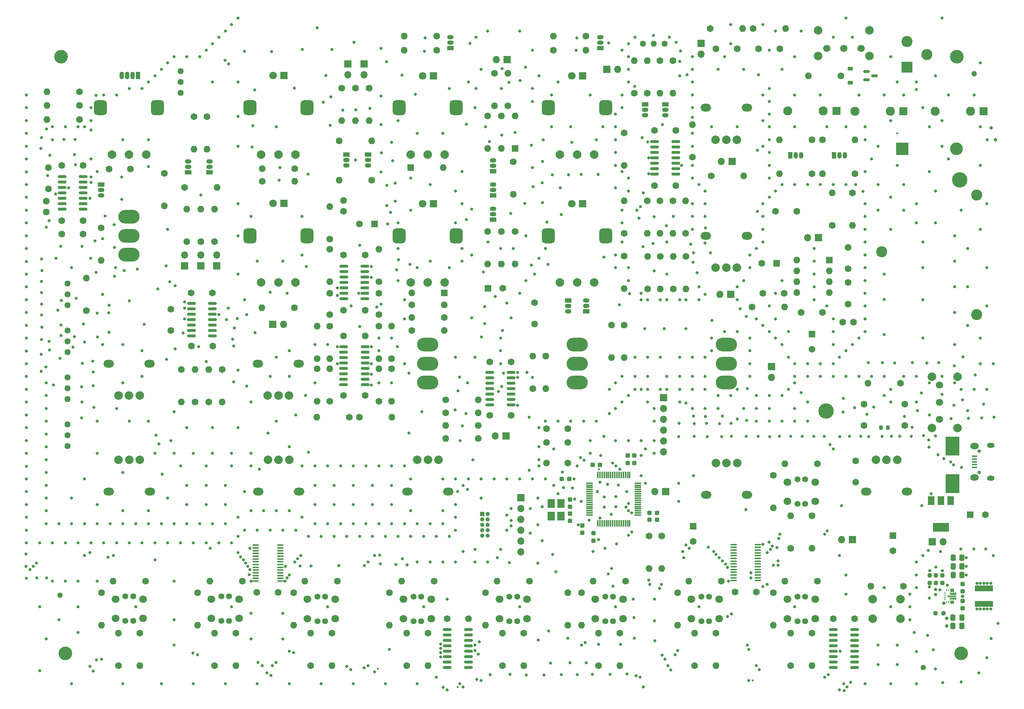
<source format=gbr>
%TF.GenerationSoftware,KiCad,Pcbnew,(6.0.10-0)*%
%TF.CreationDate,2023-01-28T16:50:53+01:00*%
%TF.ProjectId,LivSynth_Hardware,4c697653-796e-4746-985f-486172647761,0v2*%
%TF.SameCoordinates,Original*%
%TF.FileFunction,Soldermask,Bot*%
%TF.FilePolarity,Negative*%
%FSLAX46Y46*%
G04 Gerber Fmt 4.6, Leading zero omitted, Abs format (unit mm)*
G04 Created by KiCad (PCBNEW (6.0.10-0)) date 2023-01-28 16:50:53*
%MOMM*%
%LPD*%
G01*
G04 APERTURE LIST*
G04 Aperture macros list*
%AMRoundRect*
0 Rectangle with rounded corners*
0 $1 Rounding radius*
0 $2 $3 $4 $5 $6 $7 $8 $9 X,Y pos of 4 corners*
0 Add a 4 corners polygon primitive as box body*
4,1,4,$2,$3,$4,$5,$6,$7,$8,$9,$2,$3,0*
0 Add four circle primitives for the rounded corners*
1,1,$1+$1,$2,$3*
1,1,$1+$1,$4,$5*
1,1,$1+$1,$6,$7*
1,1,$1+$1,$8,$9*
0 Add four rect primitives between the rounded corners*
20,1,$1+$1,$2,$3,$4,$5,0*
20,1,$1+$1,$4,$5,$6,$7,0*
20,1,$1+$1,$6,$7,$8,$9,0*
20,1,$1+$1,$8,$9,$2,$3,0*%
G04 Aperture macros list end*
%ADD10C,0.100000*%
%ADD11RoundRect,0.155000X0.155000X-0.212500X0.155000X0.212500X-0.155000X0.212500X-0.155000X-0.212500X0*%
%ADD12C,1.800000*%
%ADD13C,1.400000*%
%ADD14O,5.000000X3.200000*%
%ADD15C,1.440000*%
%ADD16C,3.600000*%
%ADD17C,2.000000*%
%ADD18O,2.500000X1.800000*%
%ADD19R,1.000000X1.000000*%
%ADD20O,1.000000X1.000000*%
%ADD21RoundRect,0.750000X-0.750000X-1.000000X0.750000X-1.000000X0.750000X1.000000X-0.750000X1.000000X0*%
%ADD22R,1.700000X1.700000*%
%ADD23O,1.700000X1.700000*%
%ADD24C,1.300000*%
%ADD25R,1.830000X1.930000*%
%ADD26C,2.130000*%
%ADD27C,3.200000*%
%ADD28RoundRect,0.237500X0.300000X0.237500X-0.300000X0.237500X-0.300000X-0.237500X0.300000X-0.237500X0*%
%ADD29C,1.600000*%
%ADD30O,1.600000X1.600000*%
%ADD31R,1.800000X1.800000*%
%ADD32RoundRect,0.150000X0.825000X0.150000X-0.825000X0.150000X-0.825000X-0.150000X0.825000X-0.150000X0*%
%ADD33R,1.050000X1.500000*%
%ADD34O,1.050000X1.500000*%
%ADD35R,3.300000X4.500000*%
%ADD36R,1.500000X1.050000*%
%ADD37O,1.500000X1.050000*%
%ADD38C,2.600000*%
%ADD39R,3.000000X3.000000*%
%ADD40C,3.000000*%
%ADD41R,0.599999X0.240000*%
%ADD42R,0.240000X0.599999*%
%ADD43R,0.850001X0.700001*%
%ADD44R,1.450000X0.349999*%
%ADD45R,1.799999X0.349999*%
%ADD46O,0.800000X0.800000*%
%ADD47R,1.300000X0.450000*%
%ADD48O,1.800000X1.150000*%
%ADD49O,2.000000X1.450000*%
%ADD50RoundRect,0.237500X0.250000X0.237500X-0.250000X0.237500X-0.250000X-0.237500X0.250000X-0.237500X0*%
%ADD51RoundRect,0.250000X0.337500X0.475000X-0.337500X0.475000X-0.337500X-0.475000X0.337500X-0.475000X0*%
%ADD52RoundRect,0.237500X-0.300000X-0.237500X0.300000X-0.237500X0.300000X0.237500X-0.300000X0.237500X0*%
%ADD53R,1.600000X1.600000*%
%ADD54RoundRect,0.237500X-0.237500X0.250000X-0.237500X-0.250000X0.237500X-0.250000X0.237500X0.250000X0*%
%ADD55RoundRect,0.100000X-0.637500X-0.100000X0.637500X-0.100000X0.637500X0.100000X-0.637500X0.100000X0*%
%ADD56C,1.700000*%
%ADD57RoundRect,0.250000X-0.337500X-0.475000X0.337500X-0.475000X0.337500X0.475000X-0.337500X0.475000X0*%
%ADD58R,4.200000X1.400000*%
%ADD59RoundRect,0.237500X-0.237500X0.300000X-0.237500X-0.300000X0.237500X-0.300000X0.237500X0.300000X0*%
%ADD60R,2.600000X2.600000*%
%ADD61R,1.800000X2.100000*%
%ADD62RoundRect,0.150000X0.850000X0.150000X-0.850000X0.150000X-0.850000X-0.150000X0.850000X-0.150000X0*%
%ADD63RoundRect,0.150000X-0.587500X-0.150000X0.587500X-0.150000X0.587500X0.150000X-0.587500X0.150000X0*%
%ADD64RoundRect,0.237500X0.237500X-0.300000X0.237500X0.300000X-0.237500X0.300000X-0.237500X-0.300000X0*%
%ADD65RoundRect,0.218750X-0.218750X-0.256250X0.218750X-0.256250X0.218750X0.256250X-0.218750X0.256250X0*%
%ADD66R,1.200000X0.900000*%
%ADD67RoundRect,0.075000X-0.700000X-0.075000X0.700000X-0.075000X0.700000X0.075000X-0.700000X0.075000X0*%
%ADD68RoundRect,0.075000X-0.075000X-0.700000X0.075000X-0.700000X0.075000X0.700000X-0.075000X0.700000X0*%
%ADD69R,1.070000X1.800000*%
%ADD70O,1.070000X1.800000*%
%ADD71R,1.500000X2.000000*%
%ADD72R,3.800000X2.000000*%
%ADD73RoundRect,0.237500X0.237500X-0.250000X0.237500X0.250000X-0.237500X0.250000X-0.237500X-0.250000X0*%
%ADD74C,0.700000*%
%ADD75C,0.800000*%
%ADD76C,0.460000*%
G04 APERTURE END LIST*
%TO.C,U201*%
G36*
X297709753Y-205600960D02*
G01*
X297719133Y-205603805D01*
X297727777Y-205608428D01*
X297735354Y-205614646D01*
X297741571Y-205622223D01*
X297746192Y-205630866D01*
X297749037Y-205640247D01*
X297749999Y-205650000D01*
X297749999Y-206149999D01*
X297749037Y-206159753D01*
X297746192Y-206169133D01*
X297741571Y-206177777D01*
X297735354Y-206185354D01*
X297727777Y-206191571D01*
X297719133Y-206196194D01*
X297709753Y-206199039D01*
X297699999Y-206199999D01*
X297550000Y-206199999D01*
X297540243Y-206199039D01*
X297530863Y-206196194D01*
X297522220Y-206191571D01*
X297514643Y-206185354D01*
X297508425Y-206177777D01*
X297503805Y-206169133D01*
X297500960Y-206159753D01*
X297500000Y-206149999D01*
X297500000Y-205650000D01*
X297500960Y-205640247D01*
X297503805Y-205630866D01*
X297508425Y-205622223D01*
X297514643Y-205614646D01*
X297522220Y-205608428D01*
X297530863Y-205603805D01*
X297540243Y-205600960D01*
X297550000Y-205600000D01*
X297699999Y-205600000D01*
X297709753Y-205600960D01*
G37*
D10*
X297709753Y-205600960D02*
X297719133Y-205603805D01*
X297727777Y-205608428D01*
X297735354Y-205614646D01*
X297741571Y-205622223D01*
X297746192Y-205630866D01*
X297749037Y-205640247D01*
X297749999Y-205650000D01*
X297749999Y-206149999D01*
X297749037Y-206159753D01*
X297746192Y-206169133D01*
X297741571Y-206177777D01*
X297735354Y-206185354D01*
X297727777Y-206191571D01*
X297719133Y-206196194D01*
X297709753Y-206199039D01*
X297699999Y-206199999D01*
X297550000Y-206199999D01*
X297540243Y-206199039D01*
X297530863Y-206196194D01*
X297522220Y-206191571D01*
X297514643Y-206185354D01*
X297508425Y-206177777D01*
X297503805Y-206169133D01*
X297500960Y-206159753D01*
X297500000Y-206149999D01*
X297500000Y-205650000D01*
X297500960Y-205640247D01*
X297503805Y-205630866D01*
X297508425Y-205622223D01*
X297514643Y-205614646D01*
X297522220Y-205608428D01*
X297530863Y-205603805D01*
X297540243Y-205600960D01*
X297550000Y-205600000D01*
X297699999Y-205600000D01*
X297709753Y-205600960D01*
G36*
X297709753Y-202800961D02*
G01*
X297719133Y-202803806D01*
X297727777Y-202808429D01*
X297735354Y-202814646D01*
X297741571Y-202822223D01*
X297746192Y-202830867D01*
X297749037Y-202840247D01*
X297749999Y-202850001D01*
X297749999Y-203350000D01*
X297749037Y-203359753D01*
X297746192Y-203369134D01*
X297741571Y-203377777D01*
X297735354Y-203385354D01*
X297727777Y-203391572D01*
X297719133Y-203396195D01*
X297709753Y-203399040D01*
X297699999Y-203400000D01*
X297550000Y-203400000D01*
X297540243Y-203399040D01*
X297530863Y-203396195D01*
X297522220Y-203391572D01*
X297514643Y-203385354D01*
X297508425Y-203377777D01*
X297503805Y-203369134D01*
X297500960Y-203359753D01*
X297500000Y-203350000D01*
X297500000Y-202850001D01*
X297500960Y-202840247D01*
X297503805Y-202830867D01*
X297508425Y-202822223D01*
X297514643Y-202814646D01*
X297522220Y-202808429D01*
X297530863Y-202803806D01*
X297540243Y-202800961D01*
X297550000Y-202800001D01*
X297699999Y-202800001D01*
X297709753Y-202800961D01*
G37*
X297709753Y-202800961D02*
X297719133Y-202803806D01*
X297727777Y-202808429D01*
X297735354Y-202814646D01*
X297741571Y-202822223D01*
X297746192Y-202830867D01*
X297749037Y-202840247D01*
X297749999Y-202850001D01*
X297749999Y-203350000D01*
X297749037Y-203359753D01*
X297746192Y-203369134D01*
X297741571Y-203377777D01*
X297735354Y-203385354D01*
X297727777Y-203391572D01*
X297719133Y-203396195D01*
X297709753Y-203399040D01*
X297699999Y-203400000D01*
X297550000Y-203400000D01*
X297540243Y-203399040D01*
X297530863Y-203396195D01*
X297522220Y-203391572D01*
X297514643Y-203385354D01*
X297508425Y-203377777D01*
X297503805Y-203369134D01*
X297500960Y-203359753D01*
X297500000Y-203350000D01*
X297500000Y-202850001D01*
X297500960Y-202840247D01*
X297503805Y-202830867D01*
X297508425Y-202822223D01*
X297514643Y-202814646D01*
X297522220Y-202808429D01*
X297530863Y-202803806D01*
X297540243Y-202800961D01*
X297550000Y-202800001D01*
X297699999Y-202800001D01*
X297709753Y-202800961D01*
G36*
X298209754Y-205600960D02*
G01*
X298219135Y-205603805D01*
X298227778Y-205608426D01*
X298235355Y-205614643D01*
X298241573Y-205622220D01*
X298246196Y-205630864D01*
X298249041Y-205640244D01*
X298250001Y-205650000D01*
X298250001Y-205800000D01*
X298249041Y-205809754D01*
X298246196Y-205819134D01*
X298241573Y-205827777D01*
X298235355Y-205835354D01*
X298227778Y-205841572D01*
X298219135Y-205846192D01*
X298209754Y-205849037D01*
X298200001Y-205850000D01*
X297550000Y-205850000D01*
X297540246Y-205849037D01*
X297530866Y-205846192D01*
X297522222Y-205841572D01*
X297514645Y-205835354D01*
X297508427Y-205827777D01*
X297503805Y-205819134D01*
X297500960Y-205809754D01*
X297500000Y-205800000D01*
X297500000Y-205650000D01*
X297500960Y-205640244D01*
X297503805Y-205630864D01*
X297508427Y-205622220D01*
X297514645Y-205614643D01*
X297522222Y-205608426D01*
X297530866Y-205603805D01*
X297540246Y-205600960D01*
X297550000Y-205600000D01*
X298200001Y-205600000D01*
X298209754Y-205600960D01*
G37*
X298209754Y-205600960D02*
X298219135Y-205603805D01*
X298227778Y-205608426D01*
X298235355Y-205614643D01*
X298241573Y-205622220D01*
X298246196Y-205630864D01*
X298249041Y-205640244D01*
X298250001Y-205650000D01*
X298250001Y-205800000D01*
X298249041Y-205809754D01*
X298246196Y-205819134D01*
X298241573Y-205827777D01*
X298235355Y-205835354D01*
X298227778Y-205841572D01*
X298219135Y-205846192D01*
X298209754Y-205849037D01*
X298200001Y-205850000D01*
X297550000Y-205850000D01*
X297540246Y-205849037D01*
X297530866Y-205846192D01*
X297522222Y-205841572D01*
X297514645Y-205835354D01*
X297508427Y-205827777D01*
X297503805Y-205819134D01*
X297500960Y-205809754D01*
X297500000Y-205800000D01*
X297500000Y-205650000D01*
X297500960Y-205640244D01*
X297503805Y-205630864D01*
X297508427Y-205622220D01*
X297514645Y-205614643D01*
X297522222Y-205608426D01*
X297530866Y-205603805D01*
X297540246Y-205600960D01*
X297550000Y-205600000D01*
X298200001Y-205600000D01*
X298209754Y-205600960D01*
G36*
X298209757Y-205600960D02*
G01*
X298219137Y-205603805D01*
X298227781Y-205608428D01*
X298235358Y-205614646D01*
X298241576Y-205622223D01*
X298246196Y-205630866D01*
X298249041Y-205640247D01*
X298250001Y-205650000D01*
X298250001Y-206149999D01*
X298249041Y-206159753D01*
X298246196Y-206169133D01*
X298241576Y-206177777D01*
X298235358Y-206185354D01*
X298227781Y-206191571D01*
X298219137Y-206196194D01*
X298209757Y-206199039D01*
X298200001Y-206199999D01*
X298050001Y-206199999D01*
X298040248Y-206199039D01*
X298030867Y-206196194D01*
X298022224Y-206191571D01*
X298014647Y-206185354D01*
X298008429Y-206177777D01*
X298003809Y-206169133D01*
X298000964Y-206159753D01*
X298000001Y-206149999D01*
X298000001Y-205650000D01*
X298000964Y-205640247D01*
X298003809Y-205630866D01*
X298008429Y-205622223D01*
X298014647Y-205614646D01*
X298022224Y-205608428D01*
X298030867Y-205603805D01*
X298040248Y-205600960D01*
X298050001Y-205600000D01*
X298200001Y-205600000D01*
X298209757Y-205600960D01*
G37*
X298209757Y-205600960D02*
X298219137Y-205603805D01*
X298227781Y-205608428D01*
X298235358Y-205614646D01*
X298241576Y-205622223D01*
X298246196Y-205630866D01*
X298249041Y-205640247D01*
X298250001Y-205650000D01*
X298250001Y-206149999D01*
X298249041Y-206159753D01*
X298246196Y-206169133D01*
X298241576Y-206177777D01*
X298235358Y-206185354D01*
X298227781Y-206191571D01*
X298219137Y-206196194D01*
X298209757Y-206199039D01*
X298200001Y-206199999D01*
X298050001Y-206199999D01*
X298040248Y-206199039D01*
X298030867Y-206196194D01*
X298022224Y-206191571D01*
X298014647Y-206185354D01*
X298008429Y-206177777D01*
X298003809Y-206169133D01*
X298000964Y-206159753D01*
X298000001Y-206149999D01*
X298000001Y-205650000D01*
X298000964Y-205640247D01*
X298003809Y-205630866D01*
X298008429Y-205622223D01*
X298014647Y-205614646D01*
X298022224Y-205608428D01*
X298030867Y-205603805D01*
X298040248Y-205600960D01*
X298050001Y-205600000D01*
X298200001Y-205600000D01*
X298209757Y-205600960D01*
G36*
X298209757Y-202800961D02*
G01*
X298219137Y-202803806D01*
X298227781Y-202808429D01*
X298235358Y-202814646D01*
X298241576Y-202822223D01*
X298246196Y-202830867D01*
X298249041Y-202840247D01*
X298250001Y-202850001D01*
X298250001Y-203350000D01*
X298249041Y-203359753D01*
X298246196Y-203369134D01*
X298241576Y-203377777D01*
X298235358Y-203385354D01*
X298227781Y-203391572D01*
X298219137Y-203396195D01*
X298209757Y-203399040D01*
X298200001Y-203400000D01*
X298050001Y-203400000D01*
X298040248Y-203399040D01*
X298030867Y-203396195D01*
X298022224Y-203391572D01*
X298014647Y-203385354D01*
X298008429Y-203377777D01*
X298003809Y-203369134D01*
X298000964Y-203359753D01*
X298000001Y-203350000D01*
X298000001Y-202850001D01*
X298000964Y-202840247D01*
X298003809Y-202830867D01*
X298008429Y-202822223D01*
X298014647Y-202814646D01*
X298022224Y-202808429D01*
X298030867Y-202803806D01*
X298040248Y-202800961D01*
X298050001Y-202800001D01*
X298200001Y-202800001D01*
X298209757Y-202800961D01*
G37*
X298209757Y-202800961D02*
X298219137Y-202803806D01*
X298227781Y-202808429D01*
X298235358Y-202814646D01*
X298241576Y-202822223D01*
X298246196Y-202830867D01*
X298249041Y-202840247D01*
X298250001Y-202850001D01*
X298250001Y-203350000D01*
X298249041Y-203359753D01*
X298246196Y-203369134D01*
X298241576Y-203377777D01*
X298235358Y-203385354D01*
X298227781Y-203391572D01*
X298219137Y-203396195D01*
X298209757Y-203399040D01*
X298200001Y-203400000D01*
X298050001Y-203400000D01*
X298040248Y-203399040D01*
X298030867Y-203396195D01*
X298022224Y-203391572D01*
X298014647Y-203385354D01*
X298008429Y-203377777D01*
X298003809Y-203369134D01*
X298000964Y-203359753D01*
X298000001Y-203350000D01*
X298000001Y-202850001D01*
X298000964Y-202840247D01*
X298003809Y-202830867D01*
X298008429Y-202822223D01*
X298014647Y-202814646D01*
X298022224Y-202808429D01*
X298030867Y-202803806D01*
X298040248Y-202800961D01*
X298050001Y-202800001D01*
X298200001Y-202800001D01*
X298209757Y-202800961D01*
G36*
X298209754Y-203150963D02*
G01*
X298219135Y-203153808D01*
X298227778Y-203158428D01*
X298235355Y-203164646D01*
X298241573Y-203172223D01*
X298246196Y-203180866D01*
X298249041Y-203190246D01*
X298250001Y-203200000D01*
X298250001Y-203350000D01*
X298249041Y-203359756D01*
X298246196Y-203369136D01*
X298241573Y-203377780D01*
X298235355Y-203385357D01*
X298227778Y-203391574D01*
X298219135Y-203396195D01*
X298209754Y-203399040D01*
X298200001Y-203400000D01*
X297550000Y-203400000D01*
X297540246Y-203399040D01*
X297530866Y-203396195D01*
X297522222Y-203391574D01*
X297514645Y-203385357D01*
X297508427Y-203377780D01*
X297503805Y-203369136D01*
X297500960Y-203359756D01*
X297500000Y-203350000D01*
X297500000Y-203200000D01*
X297500960Y-203190246D01*
X297503805Y-203180866D01*
X297508427Y-203172223D01*
X297514645Y-203164646D01*
X297522222Y-203158428D01*
X297530866Y-203153808D01*
X297540246Y-203150963D01*
X297550000Y-203150000D01*
X298200001Y-203150000D01*
X298209754Y-203150963D01*
G37*
X298209754Y-203150963D02*
X298219135Y-203153808D01*
X298227778Y-203158428D01*
X298235355Y-203164646D01*
X298241573Y-203172223D01*
X298246196Y-203180866D01*
X298249041Y-203190246D01*
X298250001Y-203200000D01*
X298250001Y-203350000D01*
X298249041Y-203359756D01*
X298246196Y-203369136D01*
X298241573Y-203377780D01*
X298235355Y-203385357D01*
X298227778Y-203391574D01*
X298219135Y-203396195D01*
X298209754Y-203399040D01*
X298200001Y-203400000D01*
X297550000Y-203400000D01*
X297540246Y-203399040D01*
X297530866Y-203396195D01*
X297522222Y-203391574D01*
X297514645Y-203385357D01*
X297508427Y-203377780D01*
X297503805Y-203369136D01*
X297500960Y-203359756D01*
X297500000Y-203350000D01*
X297500000Y-203200000D01*
X297500960Y-203190246D01*
X297503805Y-203180866D01*
X297508427Y-203172223D01*
X297514645Y-203164646D01*
X297522222Y-203158428D01*
X297530866Y-203153808D01*
X297540246Y-203150963D01*
X297550000Y-203150000D01*
X298200001Y-203150000D01*
X298209754Y-203150963D01*
%TD*%
D11*
%TO.C,C208*%
X294000000Y-204067500D03*
X294000000Y-202932500D03*
%TD*%
D12*
%TO.C,RGB_Pot6*%
X191750000Y-205250000D03*
X198250000Y-205250000D03*
X191750000Y-209750000D03*
X198250000Y-209750000D03*
D13*
X194100000Y-204600000D03*
X195900000Y-204600000D03*
X195900000Y-210400000D03*
X194100000Y-210400000D03*
%TD*%
D14*
%TO.C,SW2*%
X174949200Y-154450000D03*
X174949200Y-150000000D03*
X174949200Y-145550000D03*
%TD*%
D12*
%TO.C,RGB_Pot5*%
X169250000Y-205250000D03*
X175750000Y-205250000D03*
X169250000Y-209750000D03*
X175750000Y-209750000D03*
D13*
X171600000Y-204600000D03*
X173400000Y-204600000D03*
X173400000Y-210400000D03*
X171600000Y-210400000D03*
%TD*%
D15*
%TO.C,RV17*%
X90500000Y-164200000D03*
X90500000Y-166740000D03*
X90500000Y-169280000D03*
%TD*%
D16*
%TO.C,LS1*%
X268350000Y-161106595D03*
X299650000Y-106893405D03*
%TD*%
D12*
%TO.C,RGB_Pot3*%
X124250000Y-205178932D03*
X130750000Y-205178932D03*
X124250000Y-209678932D03*
X130750000Y-209678932D03*
D13*
X126600000Y-204528932D03*
X128400000Y-204528932D03*
X128400000Y-210328932D03*
X126600000Y-210328932D03*
%TD*%
D17*
%TO.C,SW5*%
X279250000Y-205250000D03*
X285750000Y-205250000D03*
X279250000Y-209750000D03*
X285750000Y-209750000D03*
%TD*%
D15*
%TO.C,RV16*%
X90500000Y-153200000D03*
X90500000Y-155740000D03*
X90500000Y-158280000D03*
%TD*%
D17*
%TO.C,RV21*%
X247500000Y-173250000D03*
X245000000Y-173250000D03*
X242500000Y-173250000D03*
D18*
X249800000Y-180750000D03*
X240200000Y-180750000D03*
%TD*%
D17*
%TO.C,RV19*%
X142500000Y-172500000D03*
X140000000Y-172500000D03*
X137500000Y-172500000D03*
D18*
X144800000Y-180000000D03*
X135200000Y-180000000D03*
%TD*%
D17*
%TO.C,RV14*%
X102449200Y-157500000D03*
X104949200Y-157500000D03*
X107449200Y-157500000D03*
D18*
X100149200Y-150000000D03*
X109749200Y-150000000D03*
%TD*%
D15*
%TO.C,RV12*%
X90500000Y-142200000D03*
X90500000Y-144740000D03*
X90500000Y-147280000D03*
%TD*%
D19*
%TO.C,J302*%
X187750000Y-185250000D03*
D20*
X189020000Y-185250000D03*
X187750000Y-186520000D03*
X189020000Y-186520000D03*
X187750000Y-187790000D03*
X189020000Y-187790000D03*
X187750000Y-189060000D03*
X189020000Y-189060000D03*
X187750000Y-190330000D03*
X189020000Y-190330000D03*
%TD*%
D17*
%TO.C,RV5*%
X205949200Y-101000000D03*
X209949200Y-101000000D03*
X213949200Y-101000000D03*
D21*
X203249200Y-90000000D03*
X216649200Y-90000000D03*
%TD*%
D15*
%TO.C,RV1001*%
X230460000Y-75000000D03*
X227920000Y-75000000D03*
X225380000Y-75000000D03*
%TD*%
D17*
%TO.C,RV15*%
X137449200Y-157500000D03*
X139949200Y-157500000D03*
X142449200Y-157500000D03*
D18*
X135149200Y-150000000D03*
X144749200Y-150000000D03*
%TD*%
D17*
%TO.C,RV6*%
X242449200Y-97500000D03*
X244949200Y-97500000D03*
X247449200Y-97500000D03*
D18*
X240149200Y-90000000D03*
X249749200Y-90000000D03*
%TD*%
D17*
%TO.C,RV4*%
X170949200Y-101000000D03*
X174949200Y-101000000D03*
X178949200Y-101000000D03*
D21*
X168249200Y-90000000D03*
X181649200Y-90000000D03*
%TD*%
D14*
%TO.C,SW4*%
X244949200Y-154450000D03*
X244949200Y-150000000D03*
X244949200Y-145550000D03*
%TD*%
D22*
%TO.C,J19*%
X196750000Y-181400000D03*
D23*
X196750000Y-183940000D03*
X196750000Y-186480000D03*
X196750000Y-189020000D03*
X196750000Y-191560000D03*
X196750000Y-194100000D03*
%TD*%
D17*
%TO.C,RV11*%
X242449200Y-127500000D03*
X244949200Y-127500000D03*
X247449200Y-127500000D03*
D18*
X240149200Y-120000000D03*
X249749200Y-120000000D03*
%TD*%
D14*
%TO.C,SW3*%
X209949200Y-145550000D03*
X209949200Y-150000000D03*
X209949200Y-154450000D03*
%TD*%
D24*
%TO.C,H201*%
X88750000Y-204250000D03*
%TD*%
D17*
%TO.C,RV18*%
X107500000Y-172500000D03*
X105000000Y-172500000D03*
X102500000Y-172500000D03*
D18*
X109800000Y-180000000D03*
X100200000Y-180000000D03*
%TD*%
D17*
%TO.C,RV22*%
X285000000Y-172500000D03*
X282500000Y-172500000D03*
X280000000Y-172500000D03*
D18*
X287300000Y-180000000D03*
X277700000Y-180000000D03*
%TD*%
D17*
%TO.C,RV7*%
X135949200Y-131000000D03*
X139949200Y-131000000D03*
X143949200Y-131000000D03*
D21*
X133249200Y-120000000D03*
X146649200Y-120000000D03*
%TD*%
D17*
%TO.C,RV8*%
X170949200Y-131000000D03*
X174949200Y-131000000D03*
X178949200Y-131000000D03*
D21*
X168249200Y-120000000D03*
X181649200Y-120000000D03*
%TD*%
D17*
%TO.C,RV1*%
X100949200Y-101000000D03*
X104949200Y-101000000D03*
X108949200Y-101000000D03*
D21*
X98249200Y-90000000D03*
X111649200Y-90000000D03*
%TD*%
D25*
%TO.C,J1*%
X305279540Y-90800000D03*
D26*
X302179540Y-90800000D03*
X293879540Y-90800000D03*
%TD*%
D12*
%TO.C,RGB_Pot7*%
X236750000Y-205250000D03*
X243250000Y-205250000D03*
X236750000Y-209750000D03*
X243250000Y-209750000D03*
D13*
X239100000Y-204600000D03*
X240900000Y-204600000D03*
X240900000Y-210400000D03*
X239100000Y-210400000D03*
%TD*%
D25*
%TO.C,J2*%
X270779540Y-90700000D03*
D26*
X267679540Y-90700000D03*
X259379540Y-90700000D03*
%TD*%
D27*
%TO.C,H2*%
X299000000Y-78015000D03*
%TD*%
D25*
%TO.C,J3*%
X286479540Y-90800000D03*
D26*
X283379540Y-90800000D03*
X275079540Y-90800000D03*
%TD*%
D12*
%TO.C,RGB_Pot1*%
X259250000Y-177750000D03*
X265750000Y-177750000D03*
X259250000Y-182250000D03*
X265750000Y-182250000D03*
D13*
X261600000Y-177100000D03*
X263400000Y-177100000D03*
X263400000Y-182900000D03*
X261600000Y-182900000D03*
%TD*%
D17*
%TO.C,RV3*%
X135949200Y-101000000D03*
X139949200Y-101000000D03*
X143949200Y-101000000D03*
D21*
X133249200Y-90000000D03*
X146649200Y-90000000D03*
%TD*%
D15*
%TO.C,RV2*%
X117000000Y-81420000D03*
X117000000Y-83960000D03*
X117000000Y-86500000D03*
%TD*%
D17*
%TO.C,RV20*%
X177500000Y-172500000D03*
X175000000Y-172500000D03*
X172500000Y-172500000D03*
D18*
X179800000Y-180000000D03*
X170200000Y-180000000D03*
%TD*%
D27*
%TO.C,H1*%
X89000000Y-78015000D03*
%TD*%
D12*
%TO.C,RGB_Pot9*%
X259250000Y-205250000D03*
X265750000Y-205250000D03*
X259250000Y-209750000D03*
X265750000Y-209750000D03*
D13*
X261600000Y-204600000D03*
X263400000Y-204600000D03*
X263400000Y-210400000D03*
X261600000Y-210400000D03*
%TD*%
D17*
%TO.C,RV9*%
X205949200Y-131000000D03*
X209949200Y-131000000D03*
X213949200Y-131000000D03*
D21*
X203249200Y-120000000D03*
X216649200Y-120000000D03*
%TD*%
D22*
%TO.C,J4*%
X255500000Y-150725000D03*
D23*
X255500000Y-153265000D03*
%TD*%
D12*
%TO.C,RGB_Pot4*%
X146750000Y-205250000D03*
X153250000Y-205250000D03*
X146750000Y-209750000D03*
X153250000Y-209750000D03*
D13*
X149100000Y-204600000D03*
X150900000Y-204600000D03*
X150900000Y-210400000D03*
X149100000Y-210400000D03*
%TD*%
D12*
%TO.C,RGB_Pot2*%
X101750000Y-205178932D03*
X108250000Y-205178932D03*
X101750000Y-209678932D03*
X108250000Y-209678932D03*
D13*
X104100000Y-204528932D03*
X105900000Y-204528932D03*
X105900000Y-210328932D03*
X104100000Y-210328932D03*
%TD*%
D15*
%TO.C,RV13*%
X90500000Y-131220000D03*
X90500000Y-133760000D03*
X90500000Y-136300000D03*
%TD*%
D27*
%TO.C,H4*%
X300000000Y-217928932D03*
%TD*%
D14*
%TO.C,SW1*%
X104898400Y-124450000D03*
X104898400Y-120000000D03*
X104898400Y-115550000D03*
%TD*%
D27*
%TO.C,H3*%
X90000000Y-217928932D03*
%TD*%
D24*
%TO.C,H202*%
X303000000Y-82000000D03*
%TD*%
D12*
%TO.C,RGB_Pot8*%
X214250000Y-205250000D03*
X220750000Y-205250000D03*
X214250000Y-209750000D03*
X220750000Y-209750000D03*
D13*
X216600000Y-204600000D03*
X218400000Y-204600000D03*
X218400000Y-210400000D03*
X216600000Y-210400000D03*
%TD*%
D24*
%TO.C,H203*%
X291100000Y-221200000D03*
%TD*%
D28*
%TO.C,C36*%
X215362500Y-173750000D03*
X213637500Y-173750000D03*
%TD*%
D29*
%TO.C,R65*%
X229400000Y-111790000D03*
D30*
X229400000Y-119410000D03*
%TD*%
D31*
%TO.C,D10*%
X141275000Y-112450000D03*
D12*
X138735000Y-112450000D03*
%TD*%
D29*
%TO.C,R91*%
X163500000Y-158810000D03*
D30*
X163500000Y-151190000D03*
%TD*%
D29*
%TO.C,C52*%
X275250000Y-172750000D03*
X275250000Y-177750000D03*
%TD*%
%TO.C,R89*%
X149000000Y-151190000D03*
D30*
X149000000Y-158810000D03*
%TD*%
D22*
%TO.C,J11*%
X266525000Y-120500000D03*
D23*
X263985000Y-120500000D03*
%TD*%
D29*
%TO.C,R86*%
X179190000Y-161500000D03*
D30*
X186810000Y-161500000D03*
%TD*%
D29*
%TO.C,R702*%
X120400000Y-159010000D03*
D30*
X120400000Y-151390000D03*
%TD*%
D29*
%TO.C,C4*%
X233100000Y-108275000D03*
X228100000Y-108275000D03*
%TD*%
%TO.C,R19*%
X221000000Y-119420000D03*
D30*
X221000000Y-111800000D03*
%TD*%
D29*
%TO.C,R105*%
X143500000Y-203690000D03*
D30*
X143500000Y-211310000D03*
%TD*%
D29*
%TO.C,R127*%
X102500000Y-220810000D03*
D30*
X102500000Y-213190000D03*
%TD*%
D29*
%TO.C,R34*%
X269750000Y-117560000D03*
D30*
X269750000Y-109940000D03*
%TD*%
D29*
%TO.C,R20*%
X232410000Y-78940000D03*
D30*
X232410000Y-86560000D03*
%TD*%
D29*
%TO.C,C53*%
X247000000Y-203500000D03*
X252000000Y-203500000D03*
%TD*%
%TO.C,C301*%
X207810000Y-168500000D03*
X202810000Y-168500000D03*
%TD*%
D32*
%TO.C,U4*%
X94175000Y-106190000D03*
X94175000Y-107460000D03*
X94175000Y-108730000D03*
X94175000Y-110000000D03*
X94175000Y-111270000D03*
X94175000Y-112540000D03*
X94175000Y-113810000D03*
X89225000Y-113810000D03*
X89225000Y-112540000D03*
X89225000Y-111270000D03*
X89225000Y-110000000D03*
X89225000Y-108730000D03*
X89225000Y-107460000D03*
X89225000Y-106190000D03*
%TD*%
D29*
%TO.C,C41*%
X160250000Y-157500000D03*
X155250000Y-157500000D03*
%TD*%
%TO.C,R124*%
X147500000Y-220810000D03*
D30*
X147500000Y-213190000D03*
%TD*%
D33*
%TO.C,Q3*%
X270230000Y-101140000D03*
D34*
X271500000Y-101140000D03*
X272770000Y-101140000D03*
%TD*%
D29*
%TO.C,R3*%
X223410000Y-86560000D03*
D30*
X223410000Y-78940000D03*
%TD*%
D29*
%TO.C,C7*%
X273500000Y-122750000D03*
X273500000Y-127750000D03*
%TD*%
%TO.C,C210*%
X252500000Y-76200000D03*
X257500000Y-76200000D03*
%TD*%
%TO.C,R107*%
X131500000Y-201000000D03*
D30*
X123880000Y-201000000D03*
%TD*%
D29*
%TO.C,R9*%
X93310000Y-92750000D03*
D30*
X85690000Y-92750000D03*
%TD*%
D29*
%TO.C,R64*%
X199600000Y-155810000D03*
D30*
X199600000Y-148190000D03*
%TD*%
D35*
%TO.C,D202*%
X298000000Y-178150000D03*
X298000000Y-169350000D03*
%TD*%
D29*
%TO.C,R16*%
X265060000Y-105500000D03*
D30*
X257440000Y-105500000D03*
%TD*%
D29*
%TO.C,R101*%
X198810000Y-201000000D03*
D30*
X191190000Y-201000000D03*
%TD*%
D29*
%TO.C,R81*%
X265000000Y-185690000D03*
D30*
X265000000Y-193310000D03*
%TD*%
D36*
%TO.C,Q13*%
X118800000Y-105100000D03*
D37*
X118800000Y-103830000D03*
X118800000Y-102560000D03*
%TD*%
D36*
%TO.C,Q502*%
X190240000Y-116220000D03*
D37*
X190240000Y-114950000D03*
X190240000Y-113680000D03*
%TD*%
D29*
%TO.C,R37*%
X221000000Y-95890000D03*
D30*
X221000000Y-103510000D03*
%TD*%
D29*
%TO.C,R95*%
X266310000Y-201000000D03*
D30*
X258690000Y-201000000D03*
%TD*%
D38*
%TO.C,BT1*%
X303600000Y-138500000D03*
X281400000Y-123750000D03*
X303600000Y-110500000D03*
D39*
X286150000Y-99600000D03*
D40*
X298850000Y-99600000D03*
%TD*%
D29*
%TO.C,R52*%
X143810000Y-104250000D03*
D30*
X136190000Y-104250000D03*
%TD*%
D36*
%TO.C,Q5*%
X225910000Y-89230000D03*
D37*
X225910000Y-90500000D03*
X225910000Y-91770000D03*
%TD*%
D29*
%TO.C,R122*%
X170000000Y-220810000D03*
D30*
X170000000Y-213190000D03*
%TD*%
D29*
%TO.C,C54*%
X139887500Y-203625000D03*
X134887500Y-203625000D03*
%TD*%
%TO.C,R57*%
X229500000Y-124885000D03*
D30*
X229500000Y-132505000D03*
%TD*%
D29*
%TO.C,R301*%
X207750000Y-203690000D03*
D30*
X207750000Y-211310000D03*
%TD*%
D32*
%TO.C,U13*%
X184475000Y-212305000D03*
X184475000Y-213575000D03*
X184475000Y-214845000D03*
X184475000Y-216115000D03*
X184475000Y-217385000D03*
X184475000Y-218655000D03*
X184475000Y-219925000D03*
X184475000Y-221195000D03*
X179525000Y-221195000D03*
X179525000Y-219925000D03*
X179525000Y-218655000D03*
X179525000Y-217385000D03*
X179525000Y-216115000D03*
X179525000Y-214845000D03*
X179525000Y-213575000D03*
X179525000Y-212305000D03*
%TD*%
D29*
%TO.C,R69*%
X178810000Y-139200000D03*
D30*
X171190000Y-139200000D03*
%TD*%
D29*
%TO.C,R123*%
X152500000Y-213190000D03*
D30*
X152500000Y-220810000D03*
%TD*%
D29*
%TO.C,C39*%
X194500000Y-162100000D03*
X189500000Y-162100000D03*
%TD*%
%TO.C,R113*%
X260000000Y-220810000D03*
D30*
X260000000Y-213190000D03*
%TD*%
D29*
%TO.C,R103*%
X188500000Y-203690000D03*
D30*
X188500000Y-211310000D03*
%TD*%
D41*
%TO.C,U201*%
X296200000Y-205250001D03*
X296200000Y-204750002D03*
X296200000Y-204250000D03*
X296200000Y-203750002D03*
D42*
X296625000Y-203100000D03*
X297124999Y-203100000D03*
D43*
X297875000Y-203100000D03*
X297875000Y-203100000D03*
D44*
X298125000Y-204000001D03*
D45*
X297949999Y-204500000D03*
D44*
X298125000Y-204999999D03*
D43*
X297875000Y-205900000D03*
X297875000Y-205900000D03*
D42*
X297124999Y-205900000D03*
X296625000Y-205900000D03*
%TD*%
D29*
%TO.C,R33*%
X274500000Y-109940000D03*
D30*
X274500000Y-117560000D03*
%TD*%
D46*
%TO.C,J16*%
X304200000Y-170495000D03*
X304200000Y-175495000D03*
D47*
X303100000Y-171695000D03*
X303100000Y-172345000D03*
X303100000Y-172995000D03*
X303100000Y-173645000D03*
X303100000Y-174295000D03*
D48*
X306950000Y-176870000D03*
X306950000Y-169120000D03*
D49*
X303150000Y-176720000D03*
X303150000Y-169270000D03*
%TD*%
D36*
%TO.C,Q12*%
X123800000Y-105100000D03*
D37*
X123800000Y-103830000D03*
X123800000Y-102560000D03*
%TD*%
D29*
%TO.C,R201*%
X271760000Y-82500000D03*
D30*
X264140000Y-82500000D03*
%TD*%
D50*
%TO.C,R202*%
X295812500Y-208500000D03*
X293987500Y-208500000D03*
%TD*%
D51*
%TO.C,C202*%
X300137500Y-209500000D03*
X298062500Y-209500000D03*
%TD*%
D22*
%TO.C,J10*%
X246275000Y-102595000D03*
D23*
X243735000Y-102595000D03*
%TD*%
D29*
%TO.C,R118*%
X215000000Y-220810000D03*
D30*
X215000000Y-213190000D03*
%TD*%
D29*
%TO.C,R87*%
X166500000Y-151190000D03*
D30*
X166500000Y-158810000D03*
%TD*%
D52*
%TO.C,C44*%
X226937500Y-186600000D03*
X228662500Y-186600000D03*
%TD*%
D29*
%TO.C,R100*%
X211000000Y-203690000D03*
D30*
X211000000Y-211310000D03*
%TD*%
D29*
%TO.C,R15*%
X265060000Y-97500000D03*
D30*
X257440000Y-97500000D03*
%TD*%
D22*
%TO.C,J8*%
X156250000Y-79725000D03*
D23*
X156250000Y-82265000D03*
%TD*%
D53*
%TO.C,D8*%
X178810000Y-133450000D03*
D30*
X171190000Y-133450000D03*
%TD*%
D29*
%TO.C,R58*%
X226500000Y-132505000D03*
D30*
X226500000Y-124885000D03*
%TD*%
D54*
%TO.C,R203*%
X295600000Y-199587500D03*
X295600000Y-201412500D03*
%TD*%
D29*
%TO.C,R17*%
X229410000Y-78940000D03*
D30*
X229410000Y-86560000D03*
%TD*%
D52*
%TO.C,C43*%
X226937500Y-185000000D03*
X228662500Y-185000000D03*
%TD*%
D22*
%TO.C,J204*%
X274525000Y-191250000D03*
D23*
X271985000Y-191250000D03*
%TD*%
D53*
%TO.C,C11*%
X162457953Y-117250000D03*
D29*
X158957953Y-117250000D03*
%TD*%
%TO.C,C2*%
X261500000Y-114250000D03*
X256500000Y-114250000D03*
%TD*%
%TO.C,R62*%
X235400000Y-119410000D03*
D30*
X235400000Y-111790000D03*
%TD*%
D29*
%TO.C,R51*%
X125000000Y-121410000D03*
D30*
X125000000Y-113790000D03*
%TD*%
D36*
%TO.C,Q9*%
X160970000Y-100980000D03*
D37*
X160970000Y-102250000D03*
X160970000Y-103520000D03*
%TD*%
D22*
%TO.C,J13*%
X121750000Y-127100000D03*
D23*
X121750000Y-124560000D03*
%TD*%
D29*
%TO.C,R61*%
X202600000Y-148190000D03*
D30*
X202600000Y-155810000D03*
%TD*%
D29*
%TO.C,C10*%
X124500000Y-133400000D03*
X119500000Y-133400000D03*
%TD*%
%TO.C,R32*%
X113200000Y-105400000D03*
D30*
X113200000Y-113020000D03*
%TD*%
D29*
%TO.C,C29*%
X160250000Y-137500000D03*
X155250000Y-137500000D03*
%TD*%
%TO.C,R14*%
X275060000Y-105500000D03*
D30*
X267440000Y-105500000D03*
%TD*%
D29*
%TO.C,R73*%
X171190000Y-136200000D03*
D30*
X178810000Y-136200000D03*
%TD*%
D29*
%TO.C,R125*%
X130000000Y-213190000D03*
D30*
X130000000Y-220810000D03*
%TD*%
D22*
%TO.C,J12*%
X125500000Y-127100000D03*
D23*
X125500000Y-124560000D03*
%TD*%
D29*
%TO.C,C38*%
X270000000Y-209750000D03*
X275000000Y-209750000D03*
%TD*%
D55*
%TO.C,U11*%
X246637500Y-200850000D03*
X246637500Y-200200000D03*
X246637500Y-199550000D03*
X246637500Y-198900000D03*
X246637500Y-198250000D03*
X246637500Y-197600000D03*
X246637500Y-196950000D03*
X246637500Y-196300000D03*
X246637500Y-195650000D03*
X246637500Y-195000000D03*
X246637500Y-194350000D03*
X246637500Y-193700000D03*
X246637500Y-193050000D03*
X246637500Y-192400000D03*
X252362500Y-192400000D03*
X252362500Y-193050000D03*
X252362500Y-193700000D03*
X252362500Y-194350000D03*
X252362500Y-195000000D03*
X252362500Y-195650000D03*
X252362500Y-196300000D03*
X252362500Y-196950000D03*
X252362500Y-197600000D03*
X252362500Y-198250000D03*
X252362500Y-198900000D03*
X252362500Y-199550000D03*
X252362500Y-200200000D03*
X252362500Y-200850000D03*
%TD*%
%TO.C,U12*%
X134637500Y-200975000D03*
X134637500Y-200325000D03*
X134637500Y-199675000D03*
X134637500Y-199025000D03*
X134637500Y-198375000D03*
X134637500Y-197725000D03*
X134637500Y-197075000D03*
X134637500Y-196425000D03*
X134637500Y-195775000D03*
X134637500Y-195125000D03*
X134637500Y-194475000D03*
X134637500Y-193825000D03*
X134637500Y-193175000D03*
X134637500Y-192525000D03*
X140362500Y-192525000D03*
X140362500Y-193175000D03*
X140362500Y-193825000D03*
X140362500Y-194475000D03*
X140362500Y-195125000D03*
X140362500Y-195775000D03*
X140362500Y-196425000D03*
X140362500Y-197075000D03*
X140362500Y-197725000D03*
X140362500Y-198375000D03*
X140362500Y-199025000D03*
X140362500Y-199675000D03*
X140362500Y-200325000D03*
X140362500Y-200975000D03*
%TD*%
D29*
%TO.C,C18*%
X94200000Y-116500000D03*
X89200000Y-116500000D03*
%TD*%
D17*
%TO.C,SW7*%
X299167500Y-165042500D03*
X299167500Y-153042500D03*
X293167500Y-165042500D03*
X293167500Y-153042500D03*
D56*
X294917500Y-155042500D03*
X294917500Y-159042500D03*
X294917500Y-163042500D03*
%TD*%
D22*
%TO.C,J203*%
X230250000Y-158000000D03*
D23*
X230250000Y-160540000D03*
X230250000Y-163080000D03*
X230250000Y-165620000D03*
X230250000Y-168160000D03*
X230250000Y-170700000D03*
%TD*%
D29*
%TO.C,R29*%
X154190000Y-97750000D03*
D30*
X161810000Y-97750000D03*
%TD*%
D53*
%TO.C,C20*%
X302147349Y-185400000D03*
D29*
X305647349Y-185400000D03*
%TD*%
D57*
%TO.C,C206*%
X298100000Y-197500000D03*
X300175000Y-197500000D03*
%TD*%
D32*
%TO.C,U3*%
X124475000Y-135840000D03*
X124475000Y-137110000D03*
X124475000Y-138380000D03*
X124475000Y-139650000D03*
X124475000Y-140920000D03*
X124475000Y-142190000D03*
X124475000Y-143460000D03*
X119525000Y-143460000D03*
X119525000Y-142190000D03*
X119525000Y-140920000D03*
X119525000Y-139650000D03*
X119525000Y-138380000D03*
X119525000Y-137110000D03*
X119525000Y-135840000D03*
%TD*%
D58*
%TO.C,L201*%
X305350000Y-206350000D03*
X305350000Y-202650000D03*
%TD*%
D29*
%TO.C,R106*%
X153810000Y-201000000D03*
D30*
X146190000Y-201000000D03*
%TD*%
D32*
%TO.C,U10*%
X274975000Y-212305000D03*
X274975000Y-213575000D03*
X274975000Y-214845000D03*
X274975000Y-216115000D03*
X274975000Y-217385000D03*
X274975000Y-218655000D03*
X274975000Y-219925000D03*
X274975000Y-221195000D03*
X270025000Y-221195000D03*
X270025000Y-219925000D03*
X270025000Y-218655000D03*
X270025000Y-217385000D03*
X270025000Y-216115000D03*
X270025000Y-214845000D03*
X270025000Y-213575000D03*
X270025000Y-212305000D03*
%TD*%
D59*
%TO.C,C50*%
X208310000Y-185137500D03*
X208310000Y-186862500D03*
%TD*%
D53*
%TO.C,C22*%
X265000000Y-143097349D03*
D29*
X265000000Y-146597349D03*
%TD*%
%TO.C,R80*%
X260000000Y-193310000D03*
D30*
X260000000Y-185690000D03*
%TD*%
D29*
%TO.C,R501*%
X192200000Y-118990000D03*
D30*
X192200000Y-126610000D03*
%TD*%
D60*
%TO.C,J5*%
X287250000Y-80515000D03*
D38*
X287250000Y-74515000D03*
X291950000Y-77515000D03*
%TD*%
D29*
%TO.C,R68*%
X218000000Y-140990000D03*
D30*
X218000000Y-148610000D03*
%TD*%
D28*
%TO.C,C45*%
X208112500Y-177000000D03*
X206387500Y-177000000D03*
%TD*%
D29*
%TO.C,C17*%
X86000000Y-109000000D03*
X86000000Y-104000000D03*
%TD*%
%TO.C,R22*%
X195400000Y-118990000D03*
D30*
X195400000Y-126610000D03*
%TD*%
D29*
%TO.C,R30*%
X136190000Y-107250000D03*
D30*
X143810000Y-107250000D03*
%TD*%
D51*
%TO.C,C201*%
X300137500Y-211500000D03*
X298062500Y-211500000D03*
%TD*%
D36*
%TO.C,Q6*%
X230660000Y-89230000D03*
D37*
X230660000Y-90500000D03*
X230660000Y-91770000D03*
%TD*%
D29*
%TO.C,C49*%
X207810000Y-173250000D03*
X202810000Y-173250000D03*
%TD*%
%TO.C,R28*%
X158000000Y-85440000D03*
D30*
X158000000Y-93060000D03*
%TD*%
D29*
%TO.C,R41*%
X221000000Y-140980000D03*
D30*
X221000000Y-148600000D03*
%TD*%
D29*
%TO.C,R75*%
X143685000Y-136850000D03*
D30*
X136065000Y-136850000D03*
%TD*%
D61*
%TO.C,Y1*%
X206210000Y-182800000D03*
X206210000Y-185700000D03*
X203910000Y-185700000D03*
X203910000Y-182800000D03*
%TD*%
D29*
%TO.C,C9*%
X258500000Y-133500000D03*
X253500000Y-133500000D03*
%TD*%
D32*
%TO.C,U8*%
X194475000Y-152040000D03*
X194475000Y-153310000D03*
X194475000Y-154580000D03*
X194475000Y-155850000D03*
X194475000Y-157120000D03*
X194475000Y-158390000D03*
X194475000Y-159660000D03*
X189525000Y-159660000D03*
X189525000Y-158390000D03*
X189525000Y-157120000D03*
X189525000Y-155850000D03*
X189525000Y-154580000D03*
X189525000Y-153310000D03*
X189525000Y-152040000D03*
%TD*%
D62*
%TO.C,U7*%
X160250000Y-146055000D03*
X160250000Y-147325000D03*
X160250000Y-148595000D03*
X160250000Y-149865000D03*
X160250000Y-151135000D03*
X160250000Y-152405000D03*
X160250000Y-153675000D03*
X160250000Y-154945000D03*
X155250000Y-154945000D03*
X155250000Y-153675000D03*
X155250000Y-152405000D03*
X155250000Y-151135000D03*
X155250000Y-149865000D03*
X155250000Y-148595000D03*
X155250000Y-147325000D03*
X155250000Y-146055000D03*
%TD*%
D31*
%TO.C,D4*%
X141275000Y-82450000D03*
D12*
X138735000Y-82450000D03*
%TD*%
D36*
%TO.C,Q10*%
X155860000Y-101000000D03*
D37*
X155860000Y-102270000D03*
X155860000Y-103540000D03*
%TD*%
D63*
%TO.C,Q201*%
X277812500Y-83450000D03*
X277812500Y-81550000D03*
X279687500Y-82500000D03*
%TD*%
D29*
%TO.C,R40*%
X221000000Y-124790000D03*
D30*
X221000000Y-132410000D03*
%TD*%
D29*
%TO.C,C6*%
X273500000Y-136000000D03*
X273500000Y-131000000D03*
%TD*%
D22*
%TO.C,J201*%
X293250000Y-191750000D03*
D23*
X295790000Y-191750000D03*
%TD*%
D64*
%TO.C,C48*%
X208310000Y-183562500D03*
X208310000Y-181837500D03*
%TD*%
D29*
%TO.C,C40*%
X114750000Y-142250000D03*
X114750000Y-137250000D03*
%TD*%
D53*
%TO.C,C51*%
X237200000Y-188147349D03*
D29*
X237200000Y-191647349D03*
%TD*%
%TO.C,R92*%
X158940000Y-162500000D03*
D30*
X166560000Y-162500000D03*
%TD*%
D36*
%TO.C,Q7*%
X190240000Y-104875000D03*
D37*
X190240000Y-103605000D03*
X190240000Y-102335000D03*
%TD*%
D29*
%TO.C,R66*%
X237000000Y-101560000D03*
D30*
X237000000Y-93940000D03*
%TD*%
D22*
%TO.C,J14*%
X138600000Y-140800000D03*
D23*
X141140000Y-140800000D03*
%TD*%
D29*
%TO.C,R53*%
X120200000Y-92090000D03*
D30*
X120200000Y-99710000D03*
%TD*%
D29*
%TO.C,R6*%
X177060000Y-76500000D03*
D30*
X169440000Y-76500000D03*
%TD*%
D29*
%TO.C,R23*%
X189000000Y-91915000D03*
D30*
X189000000Y-99535000D03*
%TD*%
D29*
%TO.C,C30*%
X152000000Y-138500000D03*
X152000000Y-133500000D03*
%TD*%
%TO.C,C21*%
X262500000Y-138000000D03*
X267500000Y-138000000D03*
%TD*%
%TO.C,R13*%
X267440000Y-97500000D03*
D30*
X275060000Y-97500000D03*
%TD*%
D22*
%TO.C,J301*%
X230775000Y-180000000D03*
D23*
X228235000Y-180000000D03*
%TD*%
D29*
%TO.C,R121*%
X192500000Y-220810000D03*
D30*
X192500000Y-213190000D03*
%TD*%
D29*
%TO.C,R102*%
X176500000Y-201000000D03*
D30*
X168880000Y-201000000D03*
%TD*%
D31*
%TO.C,D6*%
X211275000Y-112500000D03*
D12*
X208735000Y-112500000D03*
%TD*%
D29*
%TO.C,C42*%
X179500000Y-209750000D03*
X184500000Y-209750000D03*
%TD*%
D31*
%TO.C,D9*%
X176275000Y-112500000D03*
D12*
X173735000Y-112500000D03*
%TD*%
D29*
%TO.C,R24*%
X195000000Y-102690000D03*
D30*
X195000000Y-110310000D03*
%TD*%
D29*
%TO.C,R206*%
X241190000Y-71450000D03*
D30*
X248810000Y-71450000D03*
%TD*%
D29*
%TO.C,R704*%
X126800000Y-151390000D03*
D30*
X126800000Y-159010000D03*
%TD*%
D29*
%TO.C,R63*%
X232500000Y-132505000D03*
D30*
X232500000Y-124885000D03*
%TD*%
D29*
%TO.C,C16*%
X85500000Y-111950000D03*
X85500000Y-114450000D03*
%TD*%
%TO.C,C209*%
X242500000Y-76200000D03*
X247500000Y-76200000D03*
%TD*%
%TO.C,C34*%
X277250000Y-164500000D03*
X277250000Y-159500000D03*
%TD*%
%TO.C,R88*%
X152000000Y-158810000D03*
D30*
X152000000Y-151190000D03*
%TD*%
D22*
%TO.C,J7*%
X193525000Y-78750000D03*
D23*
X190985000Y-78750000D03*
%TD*%
D29*
%TO.C,R93*%
X285810000Y-154600000D03*
D30*
X278190000Y-154600000D03*
%TD*%
D29*
%TO.C,R77*%
X152000000Y-141190000D03*
D30*
X152000000Y-148810000D03*
%TD*%
D29*
%TO.C,R126*%
X125000000Y-220810000D03*
D30*
X125000000Y-213190000D03*
%TD*%
D36*
%TO.C,Q501*%
X190240000Y-110520000D03*
D37*
X190240000Y-109250000D03*
X190240000Y-107980000D03*
%TD*%
D64*
%TO.C,C32*%
X221810000Y-173262500D03*
X221810000Y-171537500D03*
%TD*%
D29*
%TO.C,TH1*%
X117990000Y-108700000D03*
D30*
X125610000Y-108700000D03*
%TD*%
D29*
%TO.C,R111*%
X229800000Y-190390000D03*
D30*
X229800000Y-198010000D03*
%TD*%
D29*
%TO.C,R82*%
X256000000Y-176190000D03*
D30*
X256000000Y-183810000D03*
%TD*%
D29*
%TO.C,R128*%
X107500000Y-213190000D03*
D30*
X107500000Y-220810000D03*
%TD*%
D29*
%TO.C,C14*%
X89200000Y-119600000D03*
X94200000Y-119600000D03*
%TD*%
%TO.C,C28*%
X155250000Y-143500000D03*
X160250000Y-143500000D03*
%TD*%
%TO.C,C27*%
X163500000Y-133500000D03*
X163500000Y-138500000D03*
%TD*%
D64*
%TO.C,C33*%
X223400000Y-173262500D03*
X223400000Y-171537500D03*
%TD*%
D22*
%TO.C,J18*%
X246000000Y-133750000D03*
D23*
X243460000Y-133750000D03*
%TD*%
D29*
%TO.C,R98*%
X233500000Y-203690000D03*
D30*
X233500000Y-211310000D03*
%TD*%
D29*
%TO.C,R44*%
X163500000Y-130810000D03*
D30*
X163500000Y-123190000D03*
%TD*%
D31*
%TO.C,D3*%
X176275000Y-82500000D03*
D12*
X173735000Y-82500000D03*
%TD*%
D29*
%TO.C,R5*%
X204440000Y-76500000D03*
D30*
X212060000Y-76500000D03*
%TD*%
D29*
%TO.C,R7*%
X190630000Y-81940000D03*
D30*
X190630000Y-89560000D03*
%TD*%
D29*
%TO.C,R207*%
X251190000Y-71450000D03*
D30*
X258810000Y-71450000D03*
%TD*%
D29*
%TO.C,R70*%
X171190000Y-142200000D03*
D30*
X178810000Y-142200000D03*
%TD*%
D29*
%TO.C,R35*%
X241440000Y-106000000D03*
D30*
X249060000Y-106000000D03*
%TD*%
D53*
%TO.C,C8*%
X256750000Y-126500000D03*
D29*
X253250000Y-126500000D03*
%TD*%
%TO.C,R10*%
X93310000Y-86250000D03*
D30*
X85690000Y-86250000D03*
%TD*%
D29*
%TO.C,R83*%
X186810000Y-167500000D03*
D30*
X179190000Y-167500000D03*
%TD*%
D29*
%TO.C,R31*%
X123200000Y-92090000D03*
D30*
X123200000Y-99710000D03*
%TD*%
D65*
%TO.C,FB1*%
X281212500Y-165000000D03*
X282787500Y-165000000D03*
%TD*%
D29*
%TO.C,R25*%
X161250000Y-85440000D03*
D30*
X161250000Y-93060000D03*
%TD*%
D29*
%TO.C,R59*%
X250940000Y-136750000D03*
D30*
X258560000Y-136750000D03*
%TD*%
D66*
%TO.C,D201*%
X274000000Y-80850000D03*
X274000000Y-84150000D03*
%TD*%
D33*
%TO.C,Q4*%
X259980000Y-101140000D03*
D34*
X261250000Y-101140000D03*
X262520000Y-101140000D03*
%TD*%
D29*
%TO.C,C37*%
X207810000Y-165250000D03*
X202810000Y-165250000D03*
%TD*%
D59*
%TO.C,C46*%
X211200000Y-187937500D03*
X211200000Y-189662500D03*
%TD*%
D32*
%TO.C,U1*%
X233075000Y-97965000D03*
X233075000Y-99235000D03*
X233075000Y-100505000D03*
X233075000Y-101775000D03*
X233075000Y-103045000D03*
X233075000Y-104315000D03*
X233075000Y-105585000D03*
X228125000Y-105585000D03*
X228125000Y-104315000D03*
X228125000Y-103045000D03*
X228125000Y-101775000D03*
X228125000Y-100505000D03*
X228125000Y-99235000D03*
X228125000Y-97965000D03*
%TD*%
D29*
%TO.C,C23*%
X200000000Y-135700000D03*
X200000000Y-140700000D03*
%TD*%
%TO.C,R76*%
X149000000Y-148810000D03*
D30*
X149000000Y-141190000D03*
%TD*%
D29*
%TO.C,C35*%
X286750000Y-164500000D03*
X286750000Y-159500000D03*
%TD*%
D57*
%TO.C,C205*%
X298100000Y-199500000D03*
X300175000Y-199500000D03*
%TD*%
D54*
%TO.C,R204*%
X292600000Y-199587500D03*
X292600000Y-201412500D03*
%TD*%
D29*
%TO.C,R85*%
X186810000Y-164500000D03*
D30*
X179190000Y-164500000D03*
%TD*%
D29*
%TO.C,R119*%
X197500000Y-213190000D03*
D30*
X197500000Y-220810000D03*
%TD*%
D29*
%TO.C,R703*%
X123600000Y-159010000D03*
D30*
X123600000Y-151390000D03*
%TD*%
D29*
%TO.C,R79*%
X266310000Y-173500000D03*
D30*
X258690000Y-173500000D03*
%TD*%
D53*
%TO.C,D7*%
X195400000Y-99560000D03*
D30*
X195400000Y-91940000D03*
%TD*%
D29*
%TO.C,C25*%
X194500000Y-149600000D03*
X189500000Y-149600000D03*
%TD*%
%TO.C,R48*%
X161810000Y-107000000D03*
D30*
X154190000Y-107000000D03*
%TD*%
D29*
%TO.C,R38*%
X226410000Y-86560000D03*
D30*
X226410000Y-78940000D03*
%TD*%
D36*
%TO.C,Q16*%
X212140000Y-137770000D03*
D37*
X212140000Y-136500000D03*
X212140000Y-135230000D03*
%TD*%
D29*
%TO.C,R26*%
X154750000Y-85440000D03*
D30*
X154750000Y-93060000D03*
%TD*%
D29*
%TO.C,C5*%
X105300000Y-104400000D03*
X100300000Y-104400000D03*
%TD*%
D57*
%TO.C,C207*%
X298100000Y-195500000D03*
X300175000Y-195500000D03*
%TD*%
D29*
%TO.C,R110*%
X108810000Y-201000000D03*
D30*
X101190000Y-201000000D03*
%TD*%
D29*
%TO.C,R99*%
X243810000Y-201000000D03*
D30*
X236190000Y-201000000D03*
%TD*%
D29*
%TO.C,R54*%
X98400000Y-118190000D03*
D30*
X98400000Y-125810000D03*
%TD*%
D29*
%TO.C,R84*%
X179190000Y-158500000D03*
D30*
X186810000Y-158500000D03*
%TD*%
D29*
%TO.C,R47*%
X152000000Y-123190000D03*
D30*
X152000000Y-130810000D03*
%TD*%
D29*
%TO.C,R97*%
X286410000Y-202200000D03*
D30*
X278790000Y-202200000D03*
%TD*%
D29*
%TO.C,R45*%
X192200000Y-91915000D03*
D30*
X192200000Y-99535000D03*
%TD*%
D29*
%TO.C,R112*%
X226800000Y-190390000D03*
D30*
X226800000Y-198010000D03*
%TD*%
D53*
%TO.C,C501*%
X189047349Y-132300000D03*
D29*
X192547349Y-132300000D03*
%TD*%
%TO.C,R27*%
X177060000Y-73250000D03*
D30*
X169440000Y-73250000D03*
%TD*%
D64*
%TO.C,C203*%
X300350000Y-207362500D03*
X300350000Y-205637500D03*
%TD*%
D29*
%TO.C,R60*%
X226400000Y-111790000D03*
D30*
X226400000Y-119410000D03*
%TD*%
D22*
%TO.C,J17*%
X193275000Y-166900000D03*
D23*
X190735000Y-166900000D03*
%TD*%
D29*
%TO.C,C13*%
X155250000Y-114250000D03*
X155250000Y-111750000D03*
%TD*%
D22*
%TO.C,J15*%
X118000000Y-127100000D03*
D23*
X118000000Y-124560000D03*
%TD*%
D29*
%TO.C,R71*%
X166500000Y-148810000D03*
D30*
X166500000Y-141190000D03*
%TD*%
D29*
%TO.C,R39*%
X235500000Y-124885000D03*
D30*
X235500000Y-132505000D03*
%TD*%
D29*
%TO.C,R701*%
X117200000Y-151390000D03*
D30*
X117200000Y-159010000D03*
%TD*%
D29*
%TO.C,R116*%
X220000000Y-213190000D03*
D30*
X220000000Y-220810000D03*
%TD*%
D29*
%TO.C,R115*%
X237500000Y-220810000D03*
D30*
X237500000Y-213190000D03*
%TD*%
D29*
%TO.C,R109*%
X98500000Y-203690000D03*
D30*
X98500000Y-211310000D03*
%TD*%
D29*
%TO.C,R94*%
X256000000Y-203690000D03*
D30*
X256000000Y-211310000D03*
%TD*%
D29*
%TO.C,R8*%
X93310000Y-89500000D03*
D30*
X85690000Y-89500000D03*
%TD*%
D29*
%TO.C,C15*%
X94200000Y-103500000D03*
X89200000Y-103500000D03*
%TD*%
%TO.C,C12*%
X160250000Y-124500000D03*
X155250000Y-124500000D03*
%TD*%
%TO.C,C24*%
X124525000Y-145900000D03*
X119525000Y-145900000D03*
%TD*%
D36*
%TO.C,Q1*%
X215390000Y-76020000D03*
D37*
X215390000Y-74750000D03*
X215390000Y-73480000D03*
%TD*%
D17*
%TO.C,SW6*%
X278500000Y-71832500D03*
X278500000Y-77832500D03*
X266500000Y-77832500D03*
X266500000Y-71832500D03*
D56*
X268500000Y-76082500D03*
X272500000Y-76082500D03*
X276500000Y-76082500D03*
%TD*%
D53*
%TO.C,D11*%
X170940000Y-104000000D03*
D30*
X178560000Y-104000000D03*
%TD*%
D32*
%TO.C,U6*%
X160225000Y-127190000D03*
X160225000Y-128460000D03*
X160225000Y-129730000D03*
X160225000Y-131000000D03*
X160225000Y-132270000D03*
X160225000Y-133540000D03*
X160225000Y-134810000D03*
X155275000Y-134810000D03*
X155275000Y-133540000D03*
X155275000Y-132270000D03*
X155275000Y-131000000D03*
X155275000Y-129730000D03*
X155275000Y-128460000D03*
X155275000Y-127190000D03*
%TD*%
D53*
%TO.C,C31*%
X284000000Y-190347349D03*
D29*
X284000000Y-193847349D03*
%TD*%
%TO.C,C19*%
X274750000Y-140250000D03*
X272250000Y-140250000D03*
%TD*%
%TO.C,C3*%
X233100000Y-95275000D03*
X228100000Y-95275000D03*
%TD*%
D36*
%TO.C,Q2*%
X180250000Y-76000000D03*
D37*
X180250000Y-74730000D03*
X180250000Y-73460000D03*
%TD*%
D67*
%TO.C,U9*%
X212885000Y-185500000D03*
X212885000Y-185000000D03*
X212885000Y-184500000D03*
X212885000Y-184000000D03*
X212885000Y-183500000D03*
X212885000Y-183000000D03*
X212885000Y-182500000D03*
X212885000Y-182000000D03*
X212885000Y-181500000D03*
X212885000Y-181000000D03*
X212885000Y-180500000D03*
X212885000Y-180000000D03*
X212885000Y-179500000D03*
X212885000Y-179000000D03*
X212885000Y-178500000D03*
X212885000Y-178000000D03*
D68*
X214810000Y-176075000D03*
X215310000Y-176075000D03*
X215810000Y-176075000D03*
X216310000Y-176075000D03*
X216810000Y-176075000D03*
X217310000Y-176075000D03*
X217810000Y-176075000D03*
X218310000Y-176075000D03*
X218810000Y-176075000D03*
X219310000Y-176075000D03*
X219810000Y-176075000D03*
X220310000Y-176075000D03*
X220810000Y-176075000D03*
X221310000Y-176075000D03*
X221810000Y-176075000D03*
X222310000Y-176075000D03*
D67*
X224235000Y-178000000D03*
X224235000Y-178500000D03*
X224235000Y-179000000D03*
X224235000Y-179500000D03*
X224235000Y-180000000D03*
X224235000Y-180500000D03*
X224235000Y-181000000D03*
X224235000Y-181500000D03*
X224235000Y-182000000D03*
X224235000Y-182500000D03*
X224235000Y-183000000D03*
X224235000Y-183500000D03*
X224235000Y-184000000D03*
X224235000Y-184500000D03*
X224235000Y-185000000D03*
X224235000Y-185500000D03*
D68*
X222310000Y-187425000D03*
X221810000Y-187425000D03*
X221310000Y-187425000D03*
X220810000Y-187425000D03*
X220310000Y-187425000D03*
X219810000Y-187425000D03*
X219310000Y-187425000D03*
X218810000Y-187425000D03*
X218310000Y-187425000D03*
X217810000Y-187425000D03*
X217310000Y-187425000D03*
X216810000Y-187425000D03*
X216310000Y-187425000D03*
X215810000Y-187425000D03*
X215310000Y-187425000D03*
X214810000Y-187425000D03*
%TD*%
D29*
%TO.C,R72*%
X193770000Y-89560000D03*
D30*
X193770000Y-81940000D03*
%TD*%
D22*
%TO.C,J202*%
X239000000Y-74925000D03*
D23*
X239000000Y-77465000D03*
%TD*%
D29*
%TO.C,R117*%
X242500000Y-213190000D03*
D30*
X242500000Y-220810000D03*
%TD*%
D29*
%TO.C,R120*%
X175000000Y-213190000D03*
D30*
X175000000Y-220810000D03*
%TD*%
D69*
%TO.C,D5*%
X107040000Y-82450000D03*
D70*
X105770000Y-82450000D03*
X104500000Y-82450000D03*
X103230000Y-82450000D03*
%TD*%
D71*
%TO.C,U5*%
X292950000Y-182100000D03*
X295250000Y-182100000D03*
D72*
X295250000Y-188400000D03*
D71*
X297550000Y-182100000D03*
%TD*%
D29*
%TO.C,R49*%
X152000000Y-120810000D03*
D30*
X152000000Y-113190000D03*
%TD*%
D29*
%TO.C,R104*%
X166000000Y-203690000D03*
D30*
X166000000Y-211310000D03*
%TD*%
D59*
%TO.C,C204*%
X300350000Y-201637500D03*
X300350000Y-203362500D03*
%TD*%
D22*
%TO.C,J6*%
X216925000Y-81000000D03*
D23*
X219465000Y-81000000D03*
%TD*%
D31*
%TO.C,D2*%
X211275000Y-82500000D03*
D12*
X208735000Y-82500000D03*
%TD*%
D29*
%TO.C,R74*%
X163500000Y-141190000D03*
D30*
X163500000Y-148810000D03*
%TD*%
D29*
%TO.C,R114*%
X265000000Y-213190000D03*
D30*
X265000000Y-220810000D03*
%TD*%
D29*
%TO.C,R55*%
X118500000Y-121385000D03*
D30*
X118500000Y-113765000D03*
%TD*%
D53*
%TO.C,U2*%
X269050000Y-125700000D03*
D30*
X269050000Y-128240000D03*
X269050000Y-130780000D03*
X269050000Y-133320000D03*
X261430000Y-133320000D03*
X261430000Y-130780000D03*
X261430000Y-128240000D03*
X261430000Y-125700000D03*
%TD*%
D36*
%TO.C,Q14*%
X98360000Y-107980000D03*
D37*
X98360000Y-109250000D03*
X98360000Y-110520000D03*
%TD*%
D22*
%TO.C,J9*%
X160000000Y-79705000D03*
D23*
X160000000Y-82245000D03*
%TD*%
D29*
%TO.C,R4*%
X212060000Y-73250000D03*
D30*
X204440000Y-73250000D03*
%TD*%
D29*
%TO.C,R78*%
X94900000Y-137560000D03*
D30*
X94900000Y-129940000D03*
%TD*%
D59*
%TO.C,C47*%
X213800000Y-189737500D03*
X213800000Y-191462500D03*
%TD*%
D29*
%TO.C,R50*%
X121750000Y-121385000D03*
D30*
X121750000Y-113765000D03*
%TD*%
D36*
%TO.C,Q15*%
X207860000Y-135230000D03*
D37*
X207860000Y-136500000D03*
X207860000Y-137770000D03*
%TD*%
D29*
%TO.C,R67*%
X232400000Y-111790000D03*
D30*
X232400000Y-119410000D03*
%TD*%
D73*
%TO.C,R205*%
X294100000Y-201412500D03*
X294100000Y-199587500D03*
%TD*%
D29*
%TO.C,R96*%
X221310000Y-201000000D03*
D30*
X213690000Y-201000000D03*
%TD*%
D29*
%TO.C,R108*%
X121000000Y-203690000D03*
D30*
X121000000Y-211310000D03*
%TD*%
D29*
%TO.C,R90*%
X156560000Y-162500000D03*
D30*
X148940000Y-162500000D03*
%TD*%
D29*
%TO.C,R43*%
X189000000Y-118990000D03*
D30*
X189000000Y-126610000D03*
%TD*%
D74*
X289750000Y-161000000D03*
X199500000Y-85500000D03*
X192250000Y-85500000D03*
X186250000Y-85500000D03*
X87235000Y-155015000D03*
X262500000Y-156750000D03*
X289500000Y-85750000D03*
X185250000Y-113750000D03*
X185250000Y-124500000D03*
X96000000Y-95250000D03*
X194500000Y-139250000D03*
X301500000Y-161000000D03*
X185250000Y-139250000D03*
X186250000Y-73500000D03*
X149000000Y-71250000D03*
X129250000Y-144250000D03*
X199500000Y-76500000D03*
X225250000Y-97000000D03*
X95750000Y-111250000D03*
X115750000Y-131750000D03*
X247500000Y-163000000D03*
X121250000Y-146000000D03*
X135500000Y-174750000D03*
X192500000Y-142250000D03*
X228000000Y-128250000D03*
X158000000Y-102250000D03*
X133750000Y-99250000D03*
X134500000Y-142750000D03*
X156950500Y-136500000D03*
X190500000Y-177000000D03*
X123000000Y-178500000D03*
X133500000Y-184500000D03*
X276000000Y-87000000D03*
X139500000Y-94500000D03*
X100166684Y-138106654D03*
X167493384Y-197062906D03*
X158056858Y-90476501D03*
X249578255Y-138935192D03*
X93907983Y-158960082D03*
X220128929Y-215786610D03*
X265500000Y-126000000D03*
X241544186Y-139837176D03*
X132000000Y-135000000D03*
X92112984Y-143663872D03*
X160062386Y-221287308D03*
X199674822Y-108558274D03*
X171000000Y-190500000D03*
X88500000Y-187500000D03*
X276000000Y-144000000D03*
X261000000Y-154500000D03*
X249000000Y-130500000D03*
X237000000Y-78000000D03*
X298500000Y-126000000D03*
X209959534Y-222885998D03*
X97243175Y-87078516D03*
X108000000Y-147000000D03*
X118500000Y-78000000D03*
X246049205Y-163999139D03*
X181500000Y-177000000D03*
X162000000Y-178500000D03*
X194444557Y-114759873D03*
X148500000Y-183000000D03*
X206750000Y-179060000D03*
X211500000Y-163500000D03*
X250500000Y-150000000D03*
X235471661Y-141775215D03*
X304500000Y-79500000D03*
X92346037Y-97454529D03*
D75*
X300300000Y-204500000D03*
D74*
X261000000Y-108000000D03*
X87750000Y-110250000D03*
X103500000Y-225000000D03*
X101489185Y-117404391D03*
X256500000Y-109500000D03*
X289500000Y-202500000D03*
X238500000Y-207000000D03*
X277500000Y-124500000D03*
X92401782Y-103383744D03*
X220500000Y-90000000D03*
X306000000Y-127500000D03*
X300100000Y-174300000D03*
X152527721Y-76354786D03*
X240000000Y-109500000D03*
X129000000Y-207000000D03*
X254950000Y-191820000D03*
X80879484Y-180013421D03*
X109500000Y-184500000D03*
X253500000Y-118500000D03*
X219000000Y-160500000D03*
X111000000Y-82500000D03*
X286500000Y-114000000D03*
X222000000Y-81000000D03*
X167325807Y-111906099D03*
X267878150Y-167036588D03*
X80879484Y-126013421D03*
X249609759Y-167036588D03*
X94500000Y-94500000D03*
X151500000Y-145500000D03*
X306018656Y-218898149D03*
X99975571Y-195396741D03*
X283500000Y-118500000D03*
X178500000Y-184500000D03*
X300000000Y-156000000D03*
X205500000Y-84000000D03*
X183000000Y-126000000D03*
X273000000Y-108049315D03*
X289500000Y-112500000D03*
X231890000Y-221770000D03*
X150000000Y-190500000D03*
X288000000Y-207000000D03*
X168000000Y-93000000D03*
X298381484Y-150490254D03*
X222000000Y-84000000D03*
X187961908Y-128474219D03*
X162000000Y-183000000D03*
X262500000Y-72000000D03*
X232500000Y-115500000D03*
X96000000Y-102000000D03*
X290679469Y-156842816D03*
X120000000Y-225000000D03*
X157500000Y-174000000D03*
X164092457Y-100534237D03*
X228000000Y-171000000D03*
X165000000Y-225000000D03*
X151500000Y-207000000D03*
X249910000Y-215970000D03*
X198000000Y-130500000D03*
X285000000Y-84000000D03*
X202862099Y-116845191D03*
X240444614Y-167100320D03*
X304500000Y-118500000D03*
X277500000Y-118500000D03*
X270000000Y-108000000D03*
X294772713Y-149788549D03*
X253500000Y-70500000D03*
X216000000Y-94500000D03*
X219000000Y-103500000D03*
X258000000Y-157500000D03*
X181500000Y-183000000D03*
X146923866Y-105569551D03*
X169500000Y-187500000D03*
X221663931Y-222732498D03*
X106827277Y-127820402D03*
X202500000Y-123000000D03*
X159000000Y-190500000D03*
X171000000Y-177000000D03*
X133500000Y-208500000D03*
X80879484Y-144013421D03*
X178500000Y-196500000D03*
X255000000Y-157500000D03*
X80879484Y-165013421D03*
X112500000Y-81000000D03*
X233854742Y-163999139D03*
X273000000Y-94500000D03*
X283500000Y-111000000D03*
X124500000Y-84000000D03*
X204000000Y-94500000D03*
X222247799Y-133578845D03*
X130500000Y-84000000D03*
X199450668Y-104000471D03*
X130485890Y-92045580D03*
X201000000Y-172500000D03*
X216350000Y-181210000D03*
X233774188Y-167072055D03*
X133922922Y-94212404D03*
X96690461Y-160262518D03*
X221630000Y-179950000D03*
D76*
X285000000Y-96000000D03*
D74*
X260024449Y-167036588D03*
X219000000Y-207000000D03*
X183000000Y-123000000D03*
X307721393Y-162536516D03*
X96000000Y-93000000D03*
X181500000Y-189000000D03*
X136500000Y-184500000D03*
X261000000Y-163500000D03*
X211880000Y-215370000D03*
X93000000Y-207000000D03*
X277500000Y-97500000D03*
X286728644Y-162392066D03*
X233217656Y-74637449D03*
X300453185Y-148418553D03*
X80879484Y-105013421D03*
X92566806Y-134649319D03*
X142500000Y-153000000D03*
X180000000Y-85500000D03*
X109500000Y-84000000D03*
X219000000Y-124500000D03*
X142500000Y-147000000D03*
X288557608Y-149788549D03*
X118000000Y-139500000D03*
X295500000Y-69000000D03*
X188303901Y-140647687D03*
X192000000Y-123000000D03*
X183073422Y-164573526D03*
X252000000Y-139500000D03*
D76*
X297050000Y-204500000D03*
D74*
X80879484Y-159013421D03*
X80879484Y-123013421D03*
X276445001Y-167029666D03*
X265500000Y-129000000D03*
X154500000Y-187500000D03*
X258000000Y-81000000D03*
X292292892Y-193745940D03*
X244500000Y-78000000D03*
X283500000Y-156000000D03*
X181500000Y-148500000D03*
X234000000Y-135000000D03*
X89655378Y-97395393D03*
X182570401Y-168044365D03*
X247500000Y-156000000D03*
X181500000Y-109500000D03*
X240000000Y-112500000D03*
X222000000Y-130500000D03*
X205500000Y-163500000D03*
X94500000Y-177000000D03*
X259500000Y-148500000D03*
X237000000Y-87000000D03*
X306000000Y-112500000D03*
X212790000Y-186650000D03*
X118500000Y-165000000D03*
X282000000Y-87000000D03*
X250500000Y-127500000D03*
X150000000Y-225000000D03*
X87000000Y-97500000D03*
X220500000Y-105000000D03*
X244035238Y-162295012D03*
X80879484Y-177013421D03*
X101807635Y-127446599D03*
X115500000Y-187500000D03*
X261000000Y-153000000D03*
D76*
X215057273Y-174771580D03*
D74*
X270000000Y-73500000D03*
X135000000Y-126000000D03*
X231557556Y-73463232D03*
X115500000Y-201000000D03*
X257230000Y-190950000D03*
X282000000Y-157500000D03*
X228194523Y-214965859D03*
X213566791Y-222847623D03*
X145500000Y-186000000D03*
X295535063Y-157204723D03*
X85500000Y-166500000D03*
X288505105Y-164910999D03*
X271500000Y-195000000D03*
X291153438Y-166866692D03*
X277500000Y-105000000D03*
X295500000Y-93000000D03*
X281979549Y-134903204D03*
X238500000Y-132000000D03*
X148500000Y-145500000D03*
X279000000Y-153000000D03*
X184500000Y-177000000D03*
X213000000Y-171000000D03*
X277500000Y-115500000D03*
X114000000Y-118500000D03*
X291000000Y-127500000D03*
X144000000Y-189000000D03*
X144000000Y-162000000D03*
X259500000Y-156000000D03*
X285000000Y-220500000D03*
X138000000Y-189000000D03*
X298500000Y-145500000D03*
X192000000Y-150000000D03*
X246000000Y-75000000D03*
X87000000Y-201000000D03*
X243000000Y-157500000D03*
X186470000Y-223980000D03*
X292457233Y-169555769D03*
X84469184Y-125469986D03*
X255000000Y-111000000D03*
X267000000Y-108000000D03*
X237000000Y-160500000D03*
X91500000Y-127500000D03*
X249000000Y-160500000D03*
X80879484Y-147013421D03*
X285000000Y-103500000D03*
X119913952Y-217824022D03*
X174000000Y-207000000D03*
X129000000Y-70500000D03*
X167350777Y-107661182D03*
X202500000Y-163500000D03*
X114000000Y-181500000D03*
X252000000Y-163500000D03*
X236986698Y-92268425D03*
X264000000Y-153000000D03*
X223244770Y-209492014D03*
X192000000Y-147000000D03*
X286500000Y-153000000D03*
X204157906Y-105718987D03*
X162000000Y-190500000D03*
X103500000Y-175500000D03*
X128187783Y-136969122D03*
X163500000Y-144000000D03*
X80879484Y-129013421D03*
X174145252Y-76745151D03*
X255000000Y-85500000D03*
X168000000Y-123000000D03*
X98746010Y-120700343D03*
X225363109Y-122587948D03*
X295675969Y-224787223D03*
X234059430Y-79160398D03*
X222000000Y-109500000D03*
X273000000Y-204000000D03*
X108000000Y-85500000D03*
X280500000Y-220500000D03*
X87814105Y-125304073D03*
X240000000Y-156000000D03*
X85500000Y-181500000D03*
X85500000Y-169500000D03*
X127500000Y-178500000D03*
X278319206Y-167070410D03*
X220500000Y-87000000D03*
X220500000Y-76500000D03*
X147000000Y-190500000D03*
X246000000Y-70500000D03*
X214750000Y-180000000D03*
X255000000Y-160500000D03*
X274090000Y-224710000D03*
X153000000Y-183000000D03*
X258000000Y-163500000D03*
X186000000Y-193500000D03*
X91500000Y-181500000D03*
X117000000Y-174000000D03*
X80879484Y-111013421D03*
X202500000Y-177000000D03*
X204000000Y-87000000D03*
X293467567Y-217094620D03*
X247500000Y-94500000D03*
X268500000Y-94500000D03*
X141000000Y-214500000D03*
X237000000Y-90000000D03*
X261000000Y-160500000D03*
X172500000Y-225000000D03*
X80759658Y-194667374D03*
X199224442Y-126903746D03*
X169500000Y-150000000D03*
X219924274Y-136176434D03*
X255000000Y-100500000D03*
X270000000Y-145500000D03*
X165403109Y-108160584D03*
X231000000Y-156000000D03*
X283500000Y-78000000D03*
X253500000Y-141000000D03*
X243000000Y-160500000D03*
X84469184Y-130677936D03*
X87000000Y-94500000D03*
X166500000Y-154500000D03*
X240000000Y-153000000D03*
X300330339Y-158501559D03*
X209888490Y-73633262D03*
X276969727Y-109623947D03*
X91500000Y-225000000D03*
X108000000Y-192000000D03*
X253500000Y-112500000D03*
X301500000Y-123000000D03*
X112500000Y-187500000D03*
X94500000Y-195000000D03*
X298309688Y-159707918D03*
X96492010Y-149373344D03*
X289500000Y-153000000D03*
X80879484Y-135013421D03*
X301709316Y-162831225D03*
X85593314Y-200245814D03*
X252000000Y-123000000D03*
X117000000Y-192000000D03*
X289500000Y-159000000D03*
X133500000Y-115500000D03*
X80879484Y-150013421D03*
X166738835Y-102456996D03*
X80879484Y-174013421D03*
X293000000Y-180500000D03*
X229320000Y-202690000D03*
X97500000Y-183000000D03*
X189000000Y-72000000D03*
X160500000Y-187500000D03*
X80879484Y-96013421D03*
X181500000Y-196500000D03*
X201000000Y-169500000D03*
X193500000Y-177000000D03*
X223800000Y-223130000D03*
X201000000Y-82500000D03*
X219000000Y-100500000D03*
X184500000Y-84000000D03*
X307500000Y-195000000D03*
X109500000Y-163500000D03*
X172500000Y-196500000D03*
X96526676Y-151938682D03*
X238500000Y-108000000D03*
X102000000Y-160500000D03*
X163834491Y-196950325D03*
X80879484Y-171013421D03*
X157500000Y-178500000D03*
X133500000Y-214500000D03*
X283500000Y-159000000D03*
X102000000Y-192000000D03*
X135000000Y-189000000D03*
X199226514Y-98770207D03*
X163500000Y-147000000D03*
X103500000Y-187500000D03*
X222000000Y-106500000D03*
X151500000Y-174000000D03*
X196645590Y-83616067D03*
X237000000Y-99000000D03*
X103500000Y-154500000D03*
X118500000Y-183000000D03*
X274500000Y-73500000D03*
X222000000Y-157500000D03*
X292500000Y-154500000D03*
X209772172Y-76483056D03*
X93000000Y-201000000D03*
X103500000Y-184500000D03*
X106500000Y-187500000D03*
X273000000Y-69000000D03*
X261000000Y-94500000D03*
X167637932Y-127980533D03*
X197732152Y-112443613D03*
X85634174Y-95000411D03*
X84469184Y-136026642D03*
X166500000Y-174000000D03*
X172500000Y-187500000D03*
X280500000Y-99000000D03*
X92144370Y-100964071D03*
X237000000Y-103500000D03*
X305770175Y-193434043D03*
X308667407Y-210869439D03*
X219000000Y-97500000D03*
X276000000Y-153000000D03*
X124500000Y-187500000D03*
X178500000Y-96000000D03*
X88977487Y-140982197D03*
X134371230Y-85843981D03*
X297000000Y-102000000D03*
X165000000Y-190500000D03*
X208680366Y-98149227D03*
X291000000Y-144000000D03*
X130500000Y-120000000D03*
X214895065Y-105618013D03*
X240000000Y-115500000D03*
D75*
X296600000Y-211500000D03*
D74*
X140124521Y-106989194D03*
X164034303Y-87263624D03*
X240295012Y-163999139D03*
X93848781Y-162748987D03*
X84347668Y-147833680D03*
X80879484Y-87013421D03*
X80879484Y-189013421D03*
X261000000Y-87000000D03*
X277500000Y-121500000D03*
X252439042Y-167036588D03*
X171000000Y-106500000D03*
X132000000Y-189000000D03*
X88938972Y-122505624D03*
X180000000Y-127500000D03*
X234000000Y-148500000D03*
X226500000Y-159000000D03*
X147594553Y-197435547D03*
X121500000Y-187500000D03*
X282000000Y-153000000D03*
X253500000Y-115500000D03*
X133500000Y-174000000D03*
X163647801Y-194862052D03*
X307500000Y-150000000D03*
X91812000Y-146114670D03*
X248152788Y-137173530D03*
X301500000Y-141000000D03*
X267000000Y-150000000D03*
X105000000Y-163500000D03*
X94481339Y-144901335D03*
X222000000Y-127500000D03*
X298500000Y-132000000D03*
X229500000Y-156000000D03*
X229500000Y-135000000D03*
X115500000Y-171000000D03*
X300019162Y-224566383D03*
X80879484Y-114013421D03*
X283500000Y-207000000D03*
X99371947Y-115401598D03*
X148500000Y-174000000D03*
X237000000Y-153000000D03*
X215025044Y-215824985D03*
X294100000Y-197700000D03*
X181500000Y-186000000D03*
X195415892Y-95856202D03*
X112500000Y-225000000D03*
X161419171Y-90177629D03*
X252000000Y-160500000D03*
X183000000Y-105000000D03*
X237000000Y-115500000D03*
X199500000Y-88500000D03*
X166500000Y-178500000D03*
X100236017Y-142682663D03*
X168965696Y-82332232D03*
X255000000Y-76500000D03*
X298500000Y-138000000D03*
X306000000Y-156000000D03*
X272385163Y-158147380D03*
X268870000Y-222930000D03*
X175500000Y-126000000D03*
X227872945Y-73017839D03*
X85500000Y-175500000D03*
X273837410Y-166988923D03*
X130500000Y-99000000D03*
X97500000Y-201000000D03*
X226970000Y-201770000D03*
X249000000Y-81000000D03*
X250500000Y-144000000D03*
X163500000Y-187500000D03*
X188330674Y-136658506D03*
X93788004Y-155440023D03*
X237218732Y-162295012D03*
X178500000Y-187500000D03*
X85846356Y-105906382D03*
X259500000Y-142500000D03*
X196500000Y-177000000D03*
X201000000Y-174000000D03*
X231000000Y-135000000D03*
X189438447Y-97948308D03*
X272273650Y-161381254D03*
X96000000Y-192000000D03*
X120000000Y-192000000D03*
X237289974Y-124009352D03*
X80879484Y-153013421D03*
X88726661Y-148714676D03*
X224480079Y-115898327D03*
X278265928Y-149721720D03*
X203282271Y-212639854D03*
X264000000Y-159000000D03*
X163500000Y-174000000D03*
X208500000Y-163500000D03*
X267000000Y-87000000D03*
X257030000Y-197290000D03*
X157500000Y-187500000D03*
X130500000Y-190500000D03*
X199500000Y-177000000D03*
X283615873Y-166988923D03*
X243817002Y-167100320D03*
X237141479Y-126218209D03*
X99000000Y-87000000D03*
X225000000Y-135000000D03*
X84516103Y-128191257D03*
X80879484Y-168013421D03*
X207772155Y-214328357D03*
X90000000Y-94500000D03*
X165353169Y-112929873D03*
X246182970Y-167065007D03*
X249859276Y-155864999D03*
X240000000Y-160500000D03*
X258000000Y-130500000D03*
X182017079Y-156374297D03*
X157500000Y-225000000D03*
X181969036Y-179981960D03*
X226500000Y-148500000D03*
X154500000Y-174000000D03*
X174319021Y-73660754D03*
X148500000Y-178500000D03*
X304500000Y-103500000D03*
X96525087Y-222080782D03*
X141000000Y-189000000D03*
X232920000Y-218220000D03*
X186780000Y-218100000D03*
X90000000Y-192000000D03*
X85500000Y-163500000D03*
X281573968Y-149788549D03*
X85500000Y-160500000D03*
X123000000Y-174000000D03*
X208309406Y-220084618D03*
X294000000Y-109500000D03*
X302934043Y-193434043D03*
X97500000Y-163500000D03*
X98745348Y-145525336D03*
X283500000Y-93000000D03*
X277500000Y-127500000D03*
X84451466Y-96981446D03*
X93996005Y-149928012D03*
X237000000Y-96000000D03*
X253500000Y-93000000D03*
X85500000Y-178500000D03*
X123000000Y-76500000D03*
X301200000Y-197500000D03*
X178570000Y-225870000D03*
X255000000Y-136500000D03*
X234000000Y-159000000D03*
X201856267Y-112238483D03*
X97292524Y-219455343D03*
X295961183Y-172285590D03*
X304500000Y-150000000D03*
X237000000Y-148500000D03*
X292142525Y-213671596D03*
X200864642Y-214750483D03*
X124500000Y-165000000D03*
X279509931Y-160176778D03*
X283500000Y-225000000D03*
X217500000Y-156000000D03*
X219000000Y-127500000D03*
X250500000Y-124500000D03*
X102000000Y-87000000D03*
X220500000Y-121500000D03*
X291932477Y-149821963D03*
X80879484Y-102013421D03*
X289500000Y-117000000D03*
X270000000Y-142500000D03*
X264000000Y-108000000D03*
X85500000Y-214500000D03*
X295164497Y-194031262D03*
X295500000Y-99000000D03*
X148500000Y-154500000D03*
X201861144Y-102576217D03*
X225000000Y-156000000D03*
X289500000Y-196500000D03*
X225000000Y-133500000D03*
X306125770Y-97546801D03*
X219010000Y-183570000D03*
X103854652Y-128123005D03*
X132000000Y-180000000D03*
X216330000Y-183600000D03*
X130350042Y-139398326D03*
X105000000Y-192000000D03*
X142500000Y-184500000D03*
X87000000Y-192000000D03*
X80879484Y-120013421D03*
X211630000Y-172600000D03*
X214500000Y-163500000D03*
X139408358Y-220000945D03*
X240053516Y-118172798D03*
X294000000Y-82500000D03*
X177000000Y-223500000D03*
X151500000Y-187500000D03*
X247500000Y-142500000D03*
X292500000Y-162000000D03*
X85500000Y-184500000D03*
X80839542Y-200299177D03*
X93000000Y-213000000D03*
X217130000Y-178280000D03*
X93904848Y-122450752D03*
X240000000Y-148500000D03*
X164034303Y-93988250D03*
X297000000Y-87000000D03*
X215310554Y-186159167D03*
X138000000Y-153000000D03*
X258000000Y-145500000D03*
X234189422Y-76661960D03*
X117616740Y-142815229D03*
X279000000Y-102000000D03*
X255121984Y-167085369D03*
X303000000Y-156000000D03*
X90000000Y-201000000D03*
X140273957Y-104075190D03*
X255000000Y-91500000D03*
X304104707Y-222505207D03*
X225000000Y-168000000D03*
X210909854Y-105645882D03*
X124500000Y-171000000D03*
X215309132Y-177782750D03*
X80879484Y-108013421D03*
X93000000Y-94500000D03*
X250500000Y-153000000D03*
X80879484Y-183013421D03*
X174000000Y-190500000D03*
X226500000Y-156000000D03*
X114000000Y-192000000D03*
X168093169Y-125655462D03*
X240007302Y-162339275D03*
X138212784Y-223045487D03*
X226500000Y-135000000D03*
X127814060Y-139665272D03*
X129655984Y-141640669D03*
X255000000Y-103500000D03*
X265439112Y-166987807D03*
X247500000Y-135000000D03*
X297642322Y-162890167D03*
X298500000Y-154500000D03*
X192000000Y-144000000D03*
X97428012Y-138141321D03*
X295000000Y-203000000D03*
X139500000Y-148500000D03*
X157500000Y-183000000D03*
X256500000Y-133500000D03*
X175500000Y-196500000D03*
X130500000Y-129000000D03*
X99000000Y-192000000D03*
X300000000Y-114000000D03*
X220500000Y-114000000D03*
X277500000Y-225000000D03*
X181500000Y-117000000D03*
X96526676Y-155162689D03*
X97532012Y-143722666D03*
X275228511Y-108036089D03*
X306000000Y-136500000D03*
X84469184Y-138607158D03*
X111000000Y-171000000D03*
X237443013Y-167065007D03*
X166500000Y-187500000D03*
X270000000Y-139500000D03*
X304500000Y-144000000D03*
X280500000Y-114000000D03*
X189064856Y-121484500D03*
X262780561Y-167036588D03*
X84000000Y-207000000D03*
X253500000Y-121500000D03*
X277881393Y-161892338D03*
X203173059Y-126701828D03*
X145500000Y-124500000D03*
X109500000Y-97500000D03*
X207968528Y-105718987D03*
X133500000Y-159000000D03*
X194275319Y-222844779D03*
X234500000Y-103500000D03*
X243371292Y-164021270D03*
X145500000Y-174000000D03*
X236603187Y-121948990D03*
X97215197Y-128568008D03*
X166500000Y-183000000D03*
X255000000Y-94500000D03*
X277500000Y-136500000D03*
D75*
X295900000Y-206100000D03*
D74*
X106500000Y-207000000D03*
X265500000Y-135000000D03*
X166449387Y-98135957D03*
X80879484Y-141013421D03*
X171000000Y-114000000D03*
X192375950Y-80814116D03*
X183000000Y-112500000D03*
X237000000Y-106500000D03*
X289500000Y-199500000D03*
X228000000Y-163500000D03*
X264000000Y-150000000D03*
X295500000Y-153000000D03*
X145578940Y-76354786D03*
X197890902Y-80502788D03*
X301500000Y-132000000D03*
X238500000Y-135000000D03*
X88500000Y-210000000D03*
X129000000Y-174000000D03*
X220500000Y-117000000D03*
X198000000Y-120000000D03*
X115500000Y-210000000D03*
X255000000Y-163500000D03*
X258000000Y-108000000D03*
X84000000Y-192000000D03*
X187500000Y-181500000D03*
X237440047Y-164043402D03*
X307012437Y-214407730D03*
D76*
X251180000Y-224270000D03*
D74*
X293964746Y-166907435D03*
X154137076Y-197358576D03*
X189563970Y-222891580D03*
X226750000Y-101750000D03*
X178500000Y-177000000D03*
X96000000Y-90000000D03*
X187040000Y-215180000D03*
X145500000Y-115500000D03*
X206540000Y-175390000D03*
X288000000Y-204000000D03*
X127500000Y-72000000D03*
X280500000Y-108000000D03*
X133072045Y-199442863D03*
X170139044Y-197175487D03*
X270000000Y-153000000D03*
X235500000Y-135000000D03*
X273000000Y-147000000D03*
X192000000Y-193500000D03*
X142494606Y-217387365D03*
X148500000Y-187500000D03*
X182419495Y-153104665D03*
X89018744Y-143416333D03*
X145080172Y-197384233D03*
X161750000Y-152500000D03*
X152228848Y-87413060D03*
X80879484Y-99013421D03*
X127433648Y-78874094D03*
X201810046Y-107583939D03*
X212108538Y-220084618D03*
X127500000Y-225000000D03*
X225824529Y-141818283D03*
X292500000Y-94500000D03*
X294535157Y-171307744D03*
X198063261Y-222962748D03*
X188467112Y-94436559D03*
X160083471Y-197357252D03*
X80879484Y-138013421D03*
X304833238Y-162713341D03*
X293982861Y-221511425D03*
X127500000Y-183000000D03*
X219040000Y-181160000D03*
X217711299Y-222809248D03*
X168000000Y-130500000D03*
X130500000Y-112500000D03*
X121500000Y-78000000D03*
X187500000Y-81000000D03*
X142500000Y-225000000D03*
X89101257Y-135165026D03*
X222000000Y-78000000D03*
X196500000Y-72000000D03*
X183878254Y-161706311D03*
X231000000Y-121500000D03*
X275022126Y-160301094D03*
X120000000Y-171000000D03*
X160500000Y-174000000D03*
X152079412Y-94137686D03*
X298500000Y-120000000D03*
X303260007Y-152628785D03*
X230902115Y-117664387D03*
X253500000Y-99000000D03*
X114000000Y-79500000D03*
X201000000Y-165000000D03*
X196500000Y-207000000D03*
X241243641Y-124027914D03*
X219000000Y-168000000D03*
X286500000Y-87000000D03*
X277500000Y-130500000D03*
X272600000Y-226640000D03*
X172500000Y-127500000D03*
X86412662Y-101170000D03*
X118500000Y-187500000D03*
X231000000Y-153000000D03*
X132054970Y-76803094D03*
X209400000Y-181750000D03*
X153000000Y-178500000D03*
X220500000Y-159000000D03*
X271500000Y-148500000D03*
X164054724Y-105089262D03*
X85500000Y-187500000D03*
X265500000Y-123000000D03*
X221390000Y-183600000D03*
X80879484Y-117013421D03*
X252000000Y-157500000D03*
X291000000Y-195000000D03*
X305245832Y-159471535D03*
X193977065Y-84016346D03*
X222000000Y-168000000D03*
X84410880Y-144325392D03*
X219000000Y-91500000D03*
X210000000Y-174000000D03*
X288301387Y-167029666D03*
X223500000Y-73500000D03*
X118500000Y-178500000D03*
X101522833Y-122711760D03*
X237000000Y-156000000D03*
X228038957Y-115577225D03*
X285612309Y-166988923D03*
X172500000Y-96000000D03*
X274500000Y-145500000D03*
X286500000Y-108000000D03*
X256500000Y-72000000D03*
X291000000Y-90000000D03*
X186000000Y-196500000D03*
X237000000Y-112500000D03*
X168000000Y-117000000D03*
X228078058Y-205241050D03*
X169500000Y-139500000D03*
X257439069Y-167036588D03*
X103500000Y-145500000D03*
X265500000Y-132000000D03*
X135112634Y-220042651D03*
X175500000Y-108000000D03*
X304500000Y-94500000D03*
X219000000Y-154500000D03*
X246000000Y-157500000D03*
X281456463Y-166988923D03*
X85500000Y-154500000D03*
X84363910Y-151778668D03*
X86307252Y-146790675D03*
X108000000Y-153000000D03*
X95907661Y-125304073D03*
X255000000Y-97500000D03*
X234000000Y-156000000D03*
X187500000Y-177000000D03*
X289500000Y-84000000D03*
X80879484Y-90013421D03*
X219000000Y-94500000D03*
X80879484Y-93013421D03*
X85500000Y-172500000D03*
X289013954Y-213009075D03*
X156911881Y-221689500D03*
X280500000Y-216000000D03*
X168000000Y-190500000D03*
X139500000Y-163500000D03*
X223500000Y-156000000D03*
X127500000Y-187500000D03*
X241500000Y-94500000D03*
X223361235Y-214325302D03*
X281979549Y-143171461D03*
X85500000Y-157500000D03*
X228078058Y-210307268D03*
X97500000Y-171000000D03*
X244500000Y-142500000D03*
X288000000Y-210000000D03*
X80879484Y-156013421D03*
X151033359Y-82406950D03*
X291000000Y-135000000D03*
X256500000Y-144000000D03*
X292500000Y-105000000D03*
X163500000Y-154500000D03*
X80879484Y-162013421D03*
X80879484Y-186013421D03*
X256500000Y-139500000D03*
X181344674Y-160867850D03*
X301200000Y-199500000D03*
X141000000Y-208500000D03*
X249678773Y-163290930D03*
X223419019Y-85002949D03*
D76*
X163220000Y-221530000D03*
D74*
X214500000Y-97500000D03*
X129000000Y-171000000D03*
X109500000Y-187500000D03*
X267000000Y-153000000D03*
X80879484Y-192013421D03*
X84474093Y-141480834D03*
X227798131Y-121838711D03*
X217990000Y-185350000D03*
X97500000Y-187500000D03*
X229500000Y-148500000D03*
X105000000Y-85500000D03*
X124500000Y-75000000D03*
X126000000Y-73500000D03*
X166500000Y-144000000D03*
X303000000Y-87000000D03*
X241500000Y-144000000D03*
X282000000Y-129000000D03*
X94258324Y-140672773D03*
X103500000Y-97500000D03*
X177000000Y-190500000D03*
X203742772Y-220161368D03*
X195000000Y-123000000D03*
X130500000Y-165000000D03*
X80879484Y-132013421D03*
X217532783Y-161655776D03*
X84274060Y-99524266D03*
X223500000Y-148500000D03*
X255000000Y-88500000D03*
X253500000Y-87000000D03*
X220500000Y-153000000D03*
X243000000Y-81000000D03*
X186000000Y-148500000D03*
X237000000Y-118500000D03*
X91500000Y-187500000D03*
X255000000Y-142500000D03*
X299889216Y-193453419D03*
X169500000Y-174000000D03*
X83356569Y-200245814D03*
X187554256Y-143780131D03*
X130500000Y-186000000D03*
X223500000Y-153000000D03*
X94500000Y-187500000D03*
X261000000Y-78000000D03*
X157683267Y-74636270D03*
X228000000Y-168000000D03*
X129000000Y-192000000D03*
X277500000Y-94500000D03*
X129469122Y-145885103D03*
X208900000Y-179130000D03*
X153000000Y-190500000D03*
X296776944Y-201923056D03*
X228000000Y-160500000D03*
X111000000Y-192000000D03*
X184875477Y-74920578D03*
X115500000Y-216000000D03*
X230389689Y-141818283D03*
X208500000Y-94500000D03*
X241500000Y-147000000D03*
X234000000Y-82500000D03*
X186000000Y-90000000D03*
X169500000Y-135000000D03*
X226500000Y-153000000D03*
X255000000Y-106500000D03*
X261000000Y-207000000D03*
X202003734Y-97528518D03*
X268500000Y-136500000D03*
X237000000Y-84000000D03*
X135000000Y-225000000D03*
X100500000Y-187500000D03*
X171000000Y-184500000D03*
D76*
X181970000Y-225790000D03*
D74*
X189000000Y-196500000D03*
X84000000Y-222000000D03*
X97500000Y-105000000D03*
X237000000Y-81000000D03*
X291000000Y-121500000D03*
X245500000Y-201000000D03*
X213000000Y-168000000D03*
X126000000Y-192000000D03*
X206275527Y-222924373D03*
X115500000Y-78000000D03*
X301200000Y-195500000D03*
X261000000Y-150000000D03*
X141000000Y-126000000D03*
X273000000Y-153000000D03*
X155068135Y-90551219D03*
X270000000Y-150000000D03*
X250500000Y-147000000D03*
D75*
X296600000Y-209700000D03*
D74*
X123000000Y-192000000D03*
X123000000Y-183000000D03*
X247500000Y-132000000D03*
X80759658Y-197543188D03*
X219680000Y-178450000D03*
X138331288Y-76877813D03*
X273000000Y-199500000D03*
X164034303Y-76055914D03*
X175500000Y-187500000D03*
X277500000Y-142500000D03*
X282000000Y-202500000D03*
X234000000Y-153000000D03*
X238082023Y-128658687D03*
X284447619Y-149821963D03*
X133500000Y-171000000D03*
X229880000Y-218350000D03*
X202169394Y-222962748D03*
X223128305Y-205241050D03*
X246180000Y-208690000D03*
X271555769Y-167070410D03*
X84469184Y-133352289D03*
X268610000Y-189210000D03*
X277500000Y-139500000D03*
X139500000Y-184500000D03*
X277500000Y-112500000D03*
X183984028Y-93913532D03*
X294000000Y-117000000D03*
X213000000Y-87000000D03*
X192277733Y-96379228D03*
X289500000Y-217500000D03*
X277500000Y-133500000D03*
X264000000Y-163500000D03*
X217361929Y-74825522D03*
X252630000Y-221680000D03*
X173566340Y-161303895D03*
X172029137Y-86815316D03*
X93000000Y-192000000D03*
X289500000Y-225000000D03*
X180000000Y-190500000D03*
X222000000Y-75000000D03*
X285000000Y-216000000D03*
X130500000Y-69000000D03*
X156000000Y-190500000D03*
X290750000Y-183250000D03*
X272000000Y-183250000D03*
X225000000Y-176250000D03*
X210250000Y-187750000D03*
X237250000Y-176250000D03*
X215000000Y-191250000D03*
X200750000Y-181500000D03*
X133500000Y-201000000D03*
X179500000Y-205250000D03*
X141500000Y-201000000D03*
X200750000Y-187750000D03*
X215500000Y-171500000D03*
X225000000Y-171500000D03*
X200750000Y-196750000D03*
X194100000Y-196650000D03*
X112750000Y-175910000D03*
X209200500Y-177000000D03*
X201750000Y-183500000D03*
X201750000Y-191500000D03*
X210950498Y-182250000D03*
X196000000Y-159750000D03*
X118000000Y-137000000D03*
X105000000Y-135250000D03*
X159000000Y-122250000D03*
X165250000Y-79250000D03*
X166250000Y-114500000D03*
X292375000Y-167875000D03*
X297564124Y-173064124D03*
X222000000Y-182750000D03*
X222000000Y-184500000D03*
X298235876Y-173735876D03*
X114500000Y-130750000D03*
X101500000Y-129500000D03*
X123000000Y-149500000D03*
X113750000Y-149000000D03*
X113600000Y-127100000D03*
X108500000Y-140750000D03*
X150500000Y-88750000D03*
X147000000Y-170750000D03*
X161750000Y-129750000D03*
X158750000Y-133500000D03*
X216500000Y-193250000D03*
X235500000Y-192500000D03*
X235500000Y-159250000D03*
X146500000Y-127250000D03*
X170750000Y-126750000D03*
X161750000Y-127250000D03*
X146300500Y-157500000D03*
X198750000Y-162500000D03*
X198750000Y-175000000D03*
X115500000Y-161250000D03*
X142500000Y-169500000D03*
X198250000Y-152000000D03*
X196040000Y-152040000D03*
X217250000Y-199250000D03*
X250750000Y-200250000D03*
X229750000Y-201750000D03*
X142000000Y-200250000D03*
X218009500Y-198000000D03*
X250750000Y-199000000D03*
X142500000Y-199500000D03*
X226750000Y-200750000D03*
X178000000Y-218750000D03*
X98500000Y-219250000D03*
X121000000Y-218250000D03*
X178000000Y-217750000D03*
X143500000Y-217750000D03*
X178000000Y-216750000D03*
X166000000Y-217000000D03*
X178000000Y-215750000D03*
X95750000Y-194250000D03*
X95750000Y-221000000D03*
X130500000Y-194300500D03*
X137250000Y-222500000D03*
X138500000Y-220750000D03*
X161000000Y-220750000D03*
X161000000Y-196500000D03*
X143750000Y-196500000D03*
X271615000Y-217385000D03*
X131726927Y-196018221D03*
X111000000Y-196000000D03*
X101250000Y-195000000D03*
X131117830Y-195300500D03*
X136190000Y-220810000D03*
X133250000Y-193250000D03*
X124000000Y-193250000D03*
X156000000Y-221000000D03*
X145250000Y-195000000D03*
X162500000Y-195000000D03*
X162500000Y-222250000D03*
X144500000Y-195750000D03*
X169000000Y-195750000D03*
X250250000Y-217000000D03*
X250250000Y-224250000D03*
X187500000Y-224250000D03*
X257500000Y-190000000D03*
X268000000Y-190000000D03*
X186000000Y-216000000D03*
X211000000Y-216000000D03*
X233500000Y-217250000D03*
X186000000Y-217250000D03*
X252000000Y-220750000D03*
X254500000Y-201750000D03*
X254500000Y-194250000D03*
X257060000Y-196250000D03*
X244000000Y-196250000D03*
X204250000Y-194750000D03*
X234750000Y-194000000D03*
X242000000Y-194000000D03*
X230550500Y-219250000D03*
X253500000Y-192350500D03*
X253500000Y-202250000D03*
X255750000Y-192750000D03*
X256000000Y-197250000D03*
X255250000Y-193500000D03*
X256800500Y-193125000D03*
X245250000Y-197750000D03*
X205000000Y-198750000D03*
X244750000Y-197000000D03*
X191250000Y-195500000D03*
X231250000Y-220800000D03*
X243250000Y-195500000D03*
X235000000Y-195500000D03*
X213750000Y-194050500D03*
X242500000Y-194750000D03*
X245250000Y-209250000D03*
X236250000Y-193300500D03*
X240750000Y-193000000D03*
X128250000Y-79750000D03*
X111260000Y-166740000D03*
X182450500Y-225000000D03*
X205500000Y-180500000D03*
X272500000Y-225000000D03*
X184250000Y-179500000D03*
X226000000Y-170000000D03*
X141544570Y-197528970D03*
X233750000Y-178000000D03*
X204500000Y-178550000D03*
X183250000Y-194000000D03*
X226000000Y-178000000D03*
X183250000Y-178500000D03*
X249500000Y-184250000D03*
X233750000Y-182250000D03*
X204500000Y-170000000D03*
X183250000Y-225800500D03*
X273250000Y-225750000D03*
X225500000Y-225750000D03*
X268000000Y-223500000D03*
X224750000Y-223500000D03*
X133250000Y-198250000D03*
X81750000Y-198250000D03*
X132750000Y-197500000D03*
X82500000Y-197500000D03*
X132250000Y-196750000D03*
X83250000Y-196750000D03*
X218310000Y-173310000D03*
X269250000Y-169000000D03*
X219009500Y-173949500D03*
X270000000Y-170000000D03*
D75*
X307000000Y-94700000D03*
X308000000Y-97500000D03*
D74*
X216250000Y-125000000D03*
X201000000Y-125250000D03*
X111950000Y-168800000D03*
X210750000Y-172000000D03*
X220000000Y-174699500D03*
X218350000Y-202150000D03*
X130500000Y-151500000D03*
X216250000Y-167000000D03*
X179500000Y-226500000D03*
X271500000Y-226500000D03*
X137500000Y-166250000D03*
X170500000Y-166250000D03*
X170500000Y-152250000D03*
X118000000Y-135500000D03*
X98750000Y-133750000D03*
X85450500Y-150750000D03*
X132500000Y-155250000D03*
X132500000Y-138500000D03*
X126000000Y-138500000D03*
X129500000Y-154250000D03*
X103250000Y-106250000D03*
X100250000Y-136250000D03*
X96000000Y-106250000D03*
X103250000Y-111500000D03*
X185500000Y-172500000D03*
X88250000Y-137500000D03*
X153750000Y-150000000D03*
X153750000Y-132250000D03*
X159000000Y-141250000D03*
X163000000Y-136750000D03*
X184250000Y-154500000D03*
X161750000Y-150000000D03*
X164000000Y-136000000D03*
X230000000Y-94000000D03*
X191500000Y-156500000D03*
X153750000Y-146000000D03*
X161750000Y-146000000D03*
X167800500Y-146000000D03*
X206000000Y-108750000D03*
X219000000Y-108750000D03*
X225500000Y-110000000D03*
X231000000Y-129000000D03*
X226750000Y-105500000D03*
X226500000Y-98000000D03*
X96000000Y-107500000D03*
X143695378Y-85440000D03*
X206250000Y-115000000D03*
X196000000Y-153250000D03*
X199500000Y-153250000D03*
X224784448Y-113146657D03*
X224000000Y-114000000D03*
X196500000Y-133500000D03*
X109500000Y-103750000D03*
X111700500Y-132449500D03*
X240000000Y-121750000D03*
X240000000Y-133750000D03*
X190750000Y-134250000D03*
X184000000Y-116250000D03*
X138000000Y-133250000D03*
X153750000Y-134000000D03*
X114750000Y-168000000D03*
X115750000Y-146500000D03*
X142000000Y-133500000D03*
X200000000Y-129000000D03*
X192750000Y-152250000D03*
X192300500Y-155335183D03*
X193500000Y-135750000D03*
X252250000Y-100000000D03*
X252250000Y-114250000D03*
X86250000Y-144750000D03*
X86250000Y-116500000D03*
X90750000Y-108750000D03*
X85500000Y-118000000D03*
X121750000Y-110500000D03*
X97000000Y-121250000D03*
X165500000Y-117250000D03*
X161750000Y-155000000D03*
X292600000Y-198500000D03*
X295600000Y-198500000D03*
D76*
X298100000Y-203890000D03*
X297550000Y-203890000D03*
X298650000Y-203890000D03*
D74*
X306100000Y-201500000D03*
X303700000Y-201500000D03*
X306900000Y-201500000D03*
X305300000Y-201500000D03*
X304500000Y-201500000D03*
D76*
X297550000Y-205110000D03*
D74*
X306900000Y-207500000D03*
D76*
X298650000Y-205110000D03*
X298100000Y-205110000D03*
D74*
X303700000Y-207500000D03*
X305300000Y-207500000D03*
X304500000Y-207500000D03*
X306100000Y-207500000D03*
X292500000Y-204924500D03*
X292500000Y-202300000D03*
X235750000Y-82250000D03*
X252500000Y-82250000D03*
X194500000Y-186750000D03*
X222750000Y-189500000D03*
X194500000Y-184000000D03*
X199000000Y-184000000D03*
X199000000Y-189750000D03*
X193500000Y-189000000D03*
X193500000Y-185500000D03*
X222750000Y-185000000D03*
X219250000Y-192250000D03*
X194500000Y-188000000D03*
X222009500Y-190250000D03*
M02*

</source>
